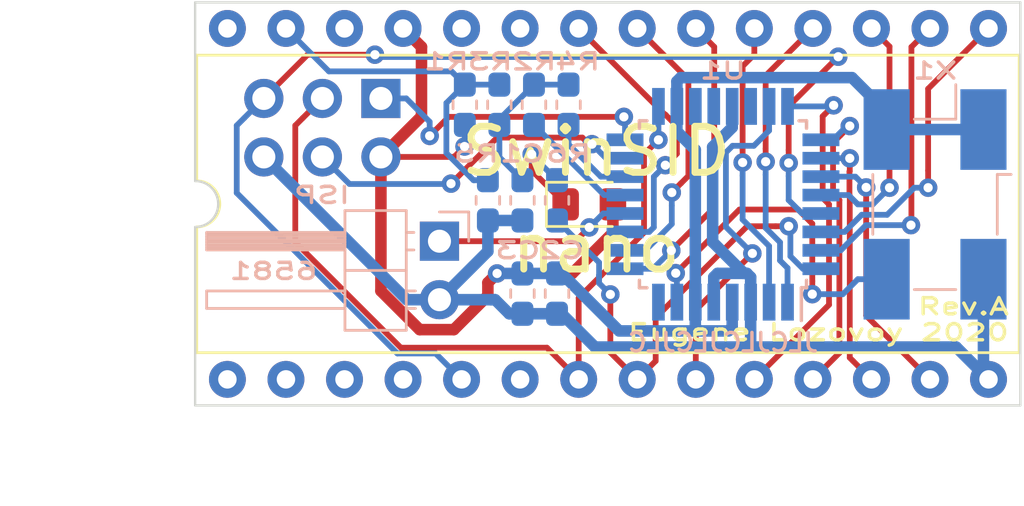
<source format=kicad_pcb>
(kicad_pcb (version 20171130) (host pcbnew "(5.1.4)-1")

  (general
    (thickness 1.6)
    (drawings 14)
    (tracks 301)
    (zones 0)
    (modules 15)
    (nets 28)
  )

  (page A4)
  (layers
    (0 F.Cu signal)
    (31 B.Cu signal)
    (32 B.Adhes user)
    (33 F.Adhes user)
    (34 B.Paste user)
    (35 F.Paste user)
    (36 B.SilkS user)
    (37 F.SilkS user)
    (38 B.Mask user)
    (39 F.Mask user)
    (40 Dwgs.User user)
    (41 Cmts.User user)
    (42 Eco1.User user)
    (43 Eco2.User user)
    (44 Edge.Cuts user)
    (45 Margin user)
    (46 B.CrtYd user)
    (47 F.CrtYd user)
    (48 B.Fab user)
    (49 F.Fab user)
  )

  (setup
    (last_trace_width 0.25)
    (user_trace_width 0.5)
    (trace_clearance 0.2)
    (zone_clearance 0.0144)
    (zone_45_only no)
    (trace_min 0.2)
    (via_size 0.8)
    (via_drill 0.4)
    (via_min_size 0.4)
    (via_min_drill 0.3)
    (uvia_size 0.3)
    (uvia_drill 0.1)
    (uvias_allowed no)
    (uvia_min_size 0.2)
    (uvia_min_drill 0.1)
    (edge_width 0.1)
    (segment_width 0.2)
    (pcb_text_width 0.3)
    (pcb_text_size 1.5 1.5)
    (mod_edge_width 0.15)
    (mod_text_size 1 1)
    (mod_text_width 0.15)
    (pad_size 1.6 1.6)
    (pad_drill 0.8)
    (pad_to_mask_clearance 0)
    (aux_axis_origin 0 0)
    (visible_elements 7FFFFF7F)
    (pcbplotparams
      (layerselection 0x010f0_ffffffff)
      (usegerberextensions false)
      (usegerberattributes false)
      (usegerberadvancedattributes false)
      (creategerberjobfile false)
      (excludeedgelayer true)
      (linewidth 0.100000)
      (plotframeref false)
      (viasonmask false)
      (mode 1)
      (useauxorigin false)
      (hpglpennumber 1)
      (hpglpenspeed 20)
      (hpglpendiameter 15.000000)
      (psnegative false)
      (psa4output false)
      (plotreference true)
      (plotvalue false)
      (plotinvisibletext false)
      (padsonsilk false)
      (subtractmaskfromsilk false)
      (outputformat 1)
      (mirror false)
      (drillshape 0)
      (scaleselection 1)
      (outputdirectory "out/gerber/"))
  )

  (net 0 "")
  (net 1 GND)
  (net 2 "Net-(C1-Pad1)")
  (net 3 +5V)
  (net 4 "Net-(D1-Pad1)")
  (net 5 nRST)
  (net 6 MOSI)
  (net 7 SCK)
  (net 8 MISO)
  (net 9 SND)
  (net 10 A4)
  (net 11 A3)
  (net 12 A2)
  (net 13 A1)
  (net 14 A0)
  (net 15 D7)
  (net 16 nCS)
  (net 17 D6)
  (net 18 D5)
  (net 19 D4)
  (net 20 D3)
  (net 21 D2)
  (net 22 D1)
  (net 23 D0)
  (net 24 "Net-(JP1-Pad1)")
  (net 25 "Net-(R2-Pad2)")
  (net 26 "Net-(R4-Pad2)")
  (net 27 "Net-(U1-Pad7)")

  (net_class Default "This is the default net class."
    (clearance 0.2)
    (trace_width 0.25)
    (via_dia 0.8)
    (via_drill 0.4)
    (uvia_dia 0.3)
    (uvia_drill 0.1)
    (add_net +5V)
    (add_net A0)
    (add_net A1)
    (add_net A2)
    (add_net A3)
    (add_net A4)
    (add_net D0)
    (add_net D1)
    (add_net D2)
    (add_net D3)
    (add_net D4)
    (add_net D5)
    (add_net D6)
    (add_net D7)
    (add_net GND)
    (add_net MISO)
    (add_net MOSI)
    (add_net "Net-(C1-Pad1)")
    (add_net "Net-(D1-Pad1)")
    (add_net "Net-(JP1-Pad1)")
    (add_net "Net-(R2-Pad2)")
    (add_net "Net-(R4-Pad2)")
    (add_net "Net-(U1-Pad7)")
    (add_net SCK)
    (add_net SND)
    (add_net nCS)
    (add_net nRST)
  )

  (module Connector_PinHeader_2.54mm:PinHeader_2x03_P2.54mm_Vertical (layer F.Cu) (tedit 5EC18506) (tstamp 5EC30DED)
    (at 142.46 88.6 270)
    (descr "Through hole straight pin header, 2x03, 2.54mm pitch, double rows")
    (tags "Through hole pin header THT 2x03 2.54mm double row")
    (path /5EC28D5D)
    (fp_text reference J1 (at 1.27 -2.33 270) (layer F.SilkS) hide
      (effects (font (size 1 1) (thickness 0.15)))
    )
    (fp_text value Conn_02x03_Odd_Even (at 1.27 7.41 270) (layer F.Fab) hide
      (effects (font (size 1 1) (thickness 0.15)))
    )
    (fp_text user %R (at 1.27 2.54) (layer F.Fab)
      (effects (font (size 1 1) (thickness 0.15)))
    )
    (fp_line (start 4.35 -1.8) (end -1.8 -1.8) (layer F.CrtYd) (width 0.05))
    (fp_line (start 4.35 6.85) (end 4.35 -1.8) (layer F.CrtYd) (width 0.05))
    (fp_line (start -1.8 6.85) (end 4.35 6.85) (layer F.CrtYd) (width 0.05))
    (fp_line (start -1.8 -1.8) (end -1.8 6.85) (layer F.CrtYd) (width 0.05))
    (fp_line (start -1.27 0) (end 0 -1.27) (layer F.Fab) (width 0.1))
    (fp_line (start -1.27 6.35) (end -1.27 0) (layer F.Fab) (width 0.1))
    (fp_line (start 3.81 6.35) (end -1.27 6.35) (layer F.Fab) (width 0.1))
    (fp_line (start 3.81 -1.27) (end 3.81 6.35) (layer F.Fab) (width 0.1))
    (fp_line (start 0 -1.27) (end 3.81 -1.27) (layer F.Fab) (width 0.1))
    (fp_text user ISP (at 4.2 2.56) (layer B.SilkS)
      (effects (font (size 0.7 1) (thickness 0.15)) (justify mirror))
    )
    (pad 6 thru_hole oval (at 2.54 5.08 270) (size 1.7 1.7) (drill 1) (layers *.Cu *.Mask)
      (net 1 GND))
    (pad 5 thru_hole oval (at 0 5.08 270) (size 1.7 1.7) (drill 1) (layers *.Cu *.Mask)
      (net 5 nRST))
    (pad 4 thru_hole oval (at 2.54 2.54 270) (size 1.7 1.7) (drill 1) (layers *.Cu *.Mask)
      (net 6 MOSI))
    (pad 3 thru_hole oval (at 0 2.54 270) (size 1.7 1.7) (drill 1) (layers *.Cu *.Mask)
      (net 7 SCK))
    (pad 2 thru_hole oval (at 2.54 0 270) (size 1.7 1.7) (drill 1) (layers *.Cu *.Mask)
      (net 3 +5V))
    (pad 1 thru_hole rect (at 0 0 270) (size 1.7 1.7) (drill 1) (layers *.Cu *.Mask)
      (net 8 MISO))
  )

  (module Resistor_SMD:R_0603_1608Metric_Pad1.05x0.95mm_HandSolder (layer B.Cu) (tedit 5B301BBD) (tstamp 5EC27547)
    (at 147.6 88.875 270)
    (descr "Resistor SMD 0603 (1608 Metric), square (rectangular) end terminal, IPC_7351 nominal with elongated pad for handsoldering. (Body size source: http://www.tortai-tech.com/upload/download/2011102023233369053.pdf), generated with kicad-footprint-generator")
    (tags "resistor handsolder")
    (path /5EC4704B)
    (attr smd)
    (fp_text reference R3 (at -1.875 0.4) (layer B.SilkS)
      (effects (font (size 0.7 1) (thickness 0.15)) (justify mirror))
    )
    (fp_text value 2.2k (at -1.775 0.8) (layer B.Fab)
      (effects (font (size 1 1) (thickness 0.15)) (justify mirror))
    )
    (fp_text user %R (at 0 0 270) (layer B.Fab)
      (effects (font (size 0.4 0.4) (thickness 0.06)) (justify mirror))
    )
    (fp_line (start 1.65 -0.73) (end -1.65 -0.73) (layer B.CrtYd) (width 0.05))
    (fp_line (start 1.65 0.73) (end 1.65 -0.73) (layer B.CrtYd) (width 0.05))
    (fp_line (start -1.65 0.73) (end 1.65 0.73) (layer B.CrtYd) (width 0.05))
    (fp_line (start -1.65 -0.73) (end -1.65 0.73) (layer B.CrtYd) (width 0.05))
    (fp_line (start -0.171267 -0.51) (end 0.171267 -0.51) (layer B.SilkS) (width 0.12))
    (fp_line (start -0.171267 0.51) (end 0.171267 0.51) (layer B.SilkS) (width 0.12))
    (fp_line (start 0.8 -0.4) (end -0.8 -0.4) (layer B.Fab) (width 0.1))
    (fp_line (start 0.8 0.4) (end 0.8 -0.4) (layer B.Fab) (width 0.1))
    (fp_line (start -0.8 0.4) (end 0.8 0.4) (layer B.Fab) (width 0.1))
    (fp_line (start -0.8 -0.4) (end -0.8 0.4) (layer B.Fab) (width 0.1))
    (pad 2 smd roundrect (at 0.875 0 270) (size 1.05 0.95) (layers B.Cu B.Paste B.Mask) (roundrect_rratio 0.25)
      (net 2 "Net-(C1-Pad1)"))
    (pad 1 smd roundrect (at -0.875 0 270) (size 1.05 0.95) (layers B.Cu B.Paste B.Mask) (roundrect_rratio 0.25)
      (net 9 SND))
    (model ${KISYS3DMOD}/Resistor_SMD.3dshapes/R_0603_1608Metric.wrl
      (at (xyz 0 0 0))
      (scale (xyz 1 1 1))
      (rotate (xyz 0 0 0))
    )
  )

  (module Oscillator:Oscillator_SMD_EuroQuartz_XO91-4Pin_7.0x5.0mm_HandSoldering (layer B.Cu) (tedit 58CD3345) (tstamp 5EC1797E)
    (at 166.5 93.2 270)
    (descr "Miniature Crystal Clock Oscillator EuroQuartz XO91 series, http://cdn-reichelt.de/documents/datenblatt/B400/XO91.pdf, hand-soldering, 7.0x5.0mm^2 package")
    (tags "SMD SMT crystal oscillator hand-soldering")
    (path /5EC1F916)
    (attr smd)
    (fp_text reference X1 (at -5.8 0 180) (layer B.SilkS)
      (effects (font (size 0.7 1) (thickness 0.15)) (justify mirror))
    )
    (fp_text value "32 MHz" (at -4.7 0 180) (layer B.Fab)
      (effects (font (size 1 1) (thickness 0.15)) (justify mirror))
    )
    (fp_circle (center 0 0) (end 0.233333 0) (layer B.Adhes) (width 0.466667))
    (fp_circle (center 0 0) (end 0.533333 0) (layer B.Adhes) (width 0.333333))
    (fp_circle (center 0 0) (end 0.833333 0) (layer B.Adhes) (width 0.333333))
    (fp_circle (center 0 0) (end 1 0) (layer B.Adhes) (width 0.1))
    (fp_line (start 5.3 3.4) (end -5.3 3.4) (layer B.CrtYd) (width 0.05))
    (fp_line (start 5.3 -3.4) (end 5.3 3.4) (layer B.CrtYd) (width 0.05))
    (fp_line (start -5.3 -3.4) (end 5.3 -3.4) (layer B.CrtYd) (width 0.05))
    (fp_line (start -5.3 3.4) (end -5.3 -3.4) (layer B.CrtYd) (width 0.05))
    (fp_line (start -1.3 -2.7) (end -1.3 -3.3) (layer B.SilkS) (width 0.12))
    (fp_line (start 1.3 -2.7) (end -1.3 -2.7) (layer B.SilkS) (width 0.12))
    (fp_line (start -1.3 2.7) (end 1.3 2.7) (layer B.SilkS) (width 0.12))
    (fp_line (start 3.7 0.9) (end 3.7 -0.9) (layer B.SilkS) (width 0.12))
    (fp_line (start -3.7 -0.9) (end -3.7 0.9) (layer B.SilkS) (width 0.12))
    (fp_line (start -5.2 -0.9) (end -3.7 -0.9) (layer B.SilkS) (width 0.12))
    (fp_line (start -3.5 -1.5) (end -2.5 -2.5) (layer B.Fab) (width 0.1))
    (fp_line (start -3.5 2.4) (end -3.4 2.5) (layer B.Fab) (width 0.1))
    (fp_line (start -3.5 -2.4) (end -3.5 2.4) (layer B.Fab) (width 0.1))
    (fp_line (start -3.4 -2.5) (end -3.5 -2.4) (layer B.Fab) (width 0.1))
    (fp_line (start 3.4 -2.5) (end -3.4 -2.5) (layer B.Fab) (width 0.1))
    (fp_line (start 3.5 -2.4) (end 3.4 -2.5) (layer B.Fab) (width 0.1))
    (fp_line (start 3.5 2.4) (end 3.5 -2.4) (layer B.Fab) (width 0.1))
    (fp_line (start 3.4 2.5) (end 3.5 2.4) (layer B.Fab) (width 0.1))
    (fp_line (start -3.4 2.5) (end 3.4 2.5) (layer B.Fab) (width 0.1))
    (fp_text user %R (at 0 0 180) (layer B.Fab)
      (effects (font (size 1 1) (thickness 0.15)) (justify mirror))
    )
    (pad 4 smd rect (at -3.25 2.1 270) (size 3.5 2) (layers B.Cu B.Paste B.Mask)
      (net 3 +5V))
    (pad 3 smd rect (at 3.25 2.1 270) (size 3.5 2) (layers B.Cu B.Paste B.Mask)
      (net 27 "Net-(U1-Pad7)"))
    (pad 2 smd rect (at 3.25 -2.1 270) (size 3.5 2) (layers B.Cu B.Paste B.Mask)
      (net 1 GND))
    (pad 1 smd rect (at -3.25 -2.1 270) (size 3.5 2) (layers B.Cu B.Paste B.Mask)
      (net 3 +5V))
    (model ${KISYS3DMOD}/Oscillator.3dshapes/Oscillator_SMD_EuroQuartz_XO53-4Pin_5.0x3.2mm.wrl
      (at (xyz 0 0 0))
      (scale (xyz 1.4 1.7 1.1))
      (rotate (xyz 0 0 0))
    )
  )

  (module Package_QFP:TQFP-32_7x7mm_P0.8mm (layer B.Cu) (tedit 5A02F146) (tstamp 5EECB56D)
    (at 157.3 93.196 90)
    (descr "32-Lead Plastic Thin Quad Flatpack (PT) - 7x7x1.0 mm Body, 2.00 mm [TQFP] (see Microchip Packaging Specification 00000049BS.pdf)")
    (tags "QFP 0.8")
    (path /5EC1B4C8)
    (attr smd)
    (fp_text reference U1 (at 5.796 0 180) (layer B.SilkS)
      (effects (font (size 0.7 1) (thickness 0.15)) (justify mirror))
    )
    (fp_text value ATmega88PA-AU (at -4.704 0 180) (layer B.Fab)
      (effects (font (size 1 1) (thickness 0.15)) (justify mirror))
    )
    (fp_line (start -3.625 3.4) (end -5.05 3.4) (layer B.SilkS) (width 0.15))
    (fp_line (start 3.625 3.625) (end 3.3 3.625) (layer B.SilkS) (width 0.15))
    (fp_line (start 3.625 -3.625) (end 3.3 -3.625) (layer B.SilkS) (width 0.15))
    (fp_line (start -3.625 -3.625) (end -3.3 -3.625) (layer B.SilkS) (width 0.15))
    (fp_line (start -3.625 3.625) (end -3.3 3.625) (layer B.SilkS) (width 0.15))
    (fp_line (start -3.625 -3.625) (end -3.625 -3.3) (layer B.SilkS) (width 0.15))
    (fp_line (start 3.625 -3.625) (end 3.625 -3.3) (layer B.SilkS) (width 0.15))
    (fp_line (start 3.625 3.625) (end 3.625 3.3) (layer B.SilkS) (width 0.15))
    (fp_line (start -3.625 3.625) (end -3.625 3.4) (layer B.SilkS) (width 0.15))
    (fp_line (start -5.3 -5.3) (end 5.3 -5.3) (layer B.CrtYd) (width 0.05))
    (fp_line (start -5.3 5.3) (end 5.3 5.3) (layer B.CrtYd) (width 0.05))
    (fp_line (start 5.3 5.3) (end 5.3 -5.3) (layer B.CrtYd) (width 0.05))
    (fp_line (start -5.3 5.3) (end -5.3 -5.3) (layer B.CrtYd) (width 0.05))
    (fp_line (start -3.5 2.5) (end -2.5 3.5) (layer B.Fab) (width 0.15))
    (fp_line (start -3.5 -3.5) (end -3.5 2.5) (layer B.Fab) (width 0.15))
    (fp_line (start 3.5 -3.5) (end -3.5 -3.5) (layer B.Fab) (width 0.15))
    (fp_line (start 3.5 3.5) (end 3.5 -3.5) (layer B.Fab) (width 0.15))
    (fp_line (start -2.5 3.5) (end 3.5 3.5) (layer B.Fab) (width 0.15))
    (fp_text user %R (at 0 0 180) (layer B.Fab)
      (effects (font (size 1 1) (thickness 0.15)) (justify mirror))
    )
    (pad 32 smd rect (at -2.8 4.25) (size 1.6 0.55) (layers B.Cu B.Paste B.Mask)
      (net 16 nCS))
    (pad 31 smd rect (at -2 4.25) (size 1.6 0.55) (layers B.Cu B.Paste B.Mask)
      (net 22 D1))
    (pad 30 smd rect (at -1.2 4.25) (size 1.6 0.55) (layers B.Cu B.Paste B.Mask)
      (net 23 D0))
    (pad 29 smd rect (at -0.4 4.25) (size 1.6 0.55) (layers B.Cu B.Paste B.Mask)
      (net 5 nRST))
    (pad 28 smd rect (at 0.4 4.25) (size 1.6 0.55) (layers B.Cu B.Paste B.Mask)
      (net 21 D2))
    (pad 27 smd rect (at 1.2 4.25) (size 1.6 0.55) (layers B.Cu B.Paste B.Mask)
      (net 10 A4))
    (pad 26 smd rect (at 2 4.25) (size 1.6 0.55) (layers B.Cu B.Paste B.Mask)
      (net 11 A3))
    (pad 25 smd rect (at 2.8 4.25) (size 1.6 0.55) (layers B.Cu B.Paste B.Mask)
      (net 12 A2))
    (pad 24 smd rect (at 4.25 2.8 90) (size 1.6 0.55) (layers B.Cu B.Paste B.Mask)
      (net 13 A1))
    (pad 23 smd rect (at 4.25 2 90) (size 1.6 0.55) (layers B.Cu B.Paste B.Mask)
      (net 14 A0))
    (pad 22 smd rect (at 4.25 1.2 90) (size 1.6 0.55) (layers B.Cu B.Paste B.Mask))
    (pad 21 smd rect (at 4.25 0.4 90) (size 1.6 0.55) (layers B.Cu B.Paste B.Mask)
      (net 1 GND))
    (pad 20 smd rect (at 4.25 -0.4 90) (size 1.6 0.55) (layers B.Cu B.Paste B.Mask))
    (pad 19 smd rect (at 4.25 -1.2 90) (size 1.6 0.55) (layers B.Cu B.Paste B.Mask))
    (pad 18 smd rect (at 4.25 -2 90) (size 1.6 0.55) (layers B.Cu B.Paste B.Mask)
      (net 3 +5V))
    (pad 17 smd rect (at 4.25 -2.8 90) (size 1.6 0.55) (layers B.Cu B.Paste B.Mask)
      (net 7 SCK))
    (pad 16 smd rect (at 2.8 -4.25) (size 1.6 0.55) (layers B.Cu B.Paste B.Mask)
      (net 8 MISO))
    (pad 15 smd rect (at 2 -4.25) (size 1.6 0.55) (layers B.Cu B.Paste B.Mask)
      (net 6 MOSI))
    (pad 14 smd rect (at 1.2 -4.25) (size 1.6 0.55) (layers B.Cu B.Paste B.Mask)
      (net 26 "Net-(R4-Pad2)"))
    (pad 13 smd rect (at 0.4 -4.25) (size 1.6 0.55) (layers B.Cu B.Paste B.Mask)
      (net 25 "Net-(R2-Pad2)"))
    (pad 12 smd rect (at -0.4 -4.25) (size 1.6 0.55) (layers B.Cu B.Paste B.Mask)
      (net 24 "Net-(JP1-Pad1)"))
    (pad 11 smd rect (at -1.2 -4.25) (size 1.6 0.55) (layers B.Cu B.Paste B.Mask)
      (net 15 D7))
    (pad 10 smd rect (at -2 -4.25) (size 1.6 0.55) (layers B.Cu B.Paste B.Mask)
      (net 17 D6))
    (pad 9 smd rect (at -2.8 -4.25) (size 1.6 0.55) (layers B.Cu B.Paste B.Mask)
      (net 18 D5))
    (pad 8 smd rect (at -4.25 -2.8 90) (size 1.6 0.55) (layers B.Cu B.Paste B.Mask))
    (pad 7 smd rect (at -4.25 -2 90) (size 1.6 0.55) (layers B.Cu B.Paste B.Mask)
      (net 27 "Net-(U1-Pad7)"))
    (pad 6 smd rect (at -4.25 -1.2 90) (size 1.6 0.55) (layers B.Cu B.Paste B.Mask)
      (net 3 +5V))
    (pad 5 smd rect (at -4.25 -0.4 90) (size 1.6 0.55) (layers B.Cu B.Paste B.Mask)
      (net 1 GND))
    (pad 4 smd rect (at -4.25 0.4 90) (size 1.6 0.55) (layers B.Cu B.Paste B.Mask)
      (net 3 +5V))
    (pad 3 smd rect (at -4.25 1.2 90) (size 1.6 0.55) (layers B.Cu B.Paste B.Mask)
      (net 1 GND))
    (pad 2 smd rect (at -4.25 2 90) (size 1.6 0.55) (layers B.Cu B.Paste B.Mask)
      (net 19 D4))
    (pad 1 smd rect (at -4.25 2.8 90) (size 1.6 0.55) (layers B.Cu B.Paste B.Mask)
      (net 20 D3))
    (model ${KISYS3DMOD}/Package_QFP.3dshapes/TQFP-32_7x7mm_P0.8mm.wrl
      (at (xyz 0 0 0))
      (scale (xyz 1 1 1))
      (rotate (xyz 0 0 0))
    )
  )

  (module Resistor_SMD:R_0603_1608Metric_Pad1.05x0.95mm_HandSolder (layer B.Cu) (tedit 5B301BBD) (tstamp 5EECB131)
    (at 150.1 93.025 270)
    (descr "Resistor SMD 0603 (1608 Metric), square (rectangular) end terminal, IPC_7351 nominal with elongated pad for handsoldering. (Body size source: http://www.tortai-tech.com/upload/download/2011102023233369053.pdf), generated with kicad-footprint-generator")
    (tags "resistor handsolder")
    (path /5EC2F571)
    (attr smd)
    (fp_text reference R6 (at -2.025 -0.5 180) (layer B.SilkS)
      (effects (font (size 0.7 1) (thickness 0.15)) (justify mirror))
    )
    (fp_text value 1k (at 1.875 -2.2 180) (layer B.Fab)
      (effects (font (size 1 1) (thickness 0.15)) (justify mirror))
    )
    (fp_text user %R (at 0 0 90) (layer B.Fab)
      (effects (font (size 0.4 0.4) (thickness 0.06)) (justify mirror))
    )
    (fp_line (start 1.65 -0.73) (end -1.65 -0.73) (layer B.CrtYd) (width 0.05))
    (fp_line (start 1.65 0.73) (end 1.65 -0.73) (layer B.CrtYd) (width 0.05))
    (fp_line (start -1.65 0.73) (end 1.65 0.73) (layer B.CrtYd) (width 0.05))
    (fp_line (start -1.65 -0.73) (end -1.65 0.73) (layer B.CrtYd) (width 0.05))
    (fp_line (start -0.171267 -0.51) (end 0.171267 -0.51) (layer B.SilkS) (width 0.12))
    (fp_line (start -0.171267 0.51) (end 0.171267 0.51) (layer B.SilkS) (width 0.12))
    (fp_line (start 0.8 -0.4) (end -0.8 -0.4) (layer B.Fab) (width 0.1))
    (fp_line (start 0.8 0.4) (end 0.8 -0.4) (layer B.Fab) (width 0.1))
    (fp_line (start -0.8 0.4) (end 0.8 0.4) (layer B.Fab) (width 0.1))
    (fp_line (start -0.8 -0.4) (end -0.8 0.4) (layer B.Fab) (width 0.1))
    (pad 2 smd roundrect (at 0.875 0 270) (size 1.05 0.95) (layers B.Cu B.Paste B.Mask) (roundrect_rratio 0.25)
      (net 16 nCS))
    (pad 1 smd roundrect (at -0.875 0 270) (size 1.05 0.95) (layers B.Cu B.Paste B.Mask) (roundrect_rratio 0.25)
      (net 4 "Net-(D1-Pad1)"))
    (model ${KISYS3DMOD}/Resistor_SMD.3dshapes/R_0603_1608Metric.wrl
      (at (xyz 0 0 0))
      (scale (xyz 1 1 1))
      (rotate (xyz 0 0 0))
    )
  )

  (module Resistor_SMD:R_0603_1608Metric_Pad1.05x0.95mm_HandSolder (layer B.Cu) (tedit 5B301BBD) (tstamp 5EECB078)
    (at 147.1 93.025 270)
    (descr "Resistor SMD 0603 (1608 Metric), square (rectangular) end terminal, IPC_7351 nominal with elongated pad for handsoldering. (Body size source: http://www.tortai-tech.com/upload/download/2011102023233369053.pdf), generated with kicad-footprint-generator")
    (tags "resistor handsolder")
    (path /5EC4AB23)
    (attr smd)
    (fp_text reference R5 (at -2.025 0.5) (layer B.SilkS)
      (effects (font (size 0.7 1) (thickness 0.15)) (justify mirror))
    )
    (fp_text value 1k (at 1.875 0.9) (layer B.Fab)
      (effects (font (size 1 1) (thickness 0.15)) (justify mirror))
    )
    (fp_text user %R (at 0 0 270) (layer B.Fab)
      (effects (font (size 0.4 0.4) (thickness 0.06)) (justify mirror))
    )
    (fp_line (start 1.65 -0.73) (end -1.65 -0.73) (layer B.CrtYd) (width 0.05))
    (fp_line (start 1.65 0.73) (end 1.65 -0.73) (layer B.CrtYd) (width 0.05))
    (fp_line (start -1.65 0.73) (end 1.65 0.73) (layer B.CrtYd) (width 0.05))
    (fp_line (start -1.65 -0.73) (end -1.65 0.73) (layer B.CrtYd) (width 0.05))
    (fp_line (start -0.171267 -0.51) (end 0.171267 -0.51) (layer B.SilkS) (width 0.12))
    (fp_line (start -0.171267 0.51) (end 0.171267 0.51) (layer B.SilkS) (width 0.12))
    (fp_line (start 0.8 -0.4) (end -0.8 -0.4) (layer B.Fab) (width 0.1))
    (fp_line (start 0.8 0.4) (end 0.8 -0.4) (layer B.Fab) (width 0.1))
    (fp_line (start -0.8 0.4) (end 0.8 0.4) (layer B.Fab) (width 0.1))
    (fp_line (start -0.8 -0.4) (end -0.8 0.4) (layer B.Fab) (width 0.1))
    (pad 2 smd roundrect (at 0.875 0 270) (size 1.05 0.95) (layers B.Cu B.Paste B.Mask) (roundrect_rratio 0.25)
      (net 1 GND))
    (pad 1 smd roundrect (at -0.875 0 270) (size 1.05 0.95) (layers B.Cu B.Paste B.Mask) (roundrect_rratio 0.25)
      (net 9 SND))
    (model ${KISYS3DMOD}/Resistor_SMD.3dshapes/R_0603_1608Metric.wrl
      (at (xyz 0 0 0))
      (scale (xyz 1 1 1))
      (rotate (xyz 0 0 0))
    )
  )

  (module Resistor_SMD:R_0603_1608Metric_Pad1.05x0.95mm_HandSolder (layer B.Cu) (tedit 5B301BBD) (tstamp 5EC2A539)
    (at 150.6 88.875 270)
    (descr "Resistor SMD 0603 (1608 Metric), square (rectangular) end terminal, IPC_7351 nominal with elongated pad for handsoldering. (Body size source: http://www.tortai-tech.com/upload/download/2011102023233369053.pdf), generated with kicad-footprint-generator")
    (tags "resistor handsolder")
    (path /5EC4579D)
    (attr smd)
    (fp_text reference R4 (at -1.875 -0.4) (layer B.SilkS)
      (effects (font (size 0.7 1) (thickness 0.15)) (justify mirror))
    )
    (fp_text value 240k (at -1.775 -2.4) (layer B.Fab)
      (effects (font (size 1 1) (thickness 0.15)) (justify mirror))
    )
    (fp_text user %R (at 0 0 270) (layer B.Fab)
      (effects (font (size 0.4 0.4) (thickness 0.06)) (justify mirror))
    )
    (fp_line (start 1.65 -0.73) (end -1.65 -0.73) (layer B.CrtYd) (width 0.05))
    (fp_line (start 1.65 0.73) (end 1.65 -0.73) (layer B.CrtYd) (width 0.05))
    (fp_line (start -1.65 0.73) (end 1.65 0.73) (layer B.CrtYd) (width 0.05))
    (fp_line (start -1.65 -0.73) (end -1.65 0.73) (layer B.CrtYd) (width 0.05))
    (fp_line (start -0.171267 -0.51) (end 0.171267 -0.51) (layer B.SilkS) (width 0.12))
    (fp_line (start -0.171267 0.51) (end 0.171267 0.51) (layer B.SilkS) (width 0.12))
    (fp_line (start 0.8 -0.4) (end -0.8 -0.4) (layer B.Fab) (width 0.1))
    (fp_line (start 0.8 0.4) (end 0.8 -0.4) (layer B.Fab) (width 0.1))
    (fp_line (start -0.8 0.4) (end 0.8 0.4) (layer B.Fab) (width 0.1))
    (fp_line (start -0.8 -0.4) (end -0.8 0.4) (layer B.Fab) (width 0.1))
    (pad 2 smd roundrect (at 0.875 0 270) (size 1.05 0.95) (layers B.Cu B.Paste B.Mask) (roundrect_rratio 0.25)
      (net 26 "Net-(R4-Pad2)"))
    (pad 1 smd roundrect (at -0.875 0 270) (size 1.05 0.95) (layers B.Cu B.Paste B.Mask) (roundrect_rratio 0.25)
      (net 2 "Net-(C1-Pad1)"))
    (model ${KISYS3DMOD}/Resistor_SMD.3dshapes/R_0603_1608Metric.wrl
      (at (xyz 0 0 0))
      (scale (xyz 1 1 1))
      (rotate (xyz 0 0 0))
    )
  )

  (module Resistor_SMD:R_0603_1608Metric_Pad1.05x0.95mm_HandSolder (layer B.Cu) (tedit 5B301BBD) (tstamp 5EC2A509)
    (at 149.1 88.875 270)
    (descr "Resistor SMD 0603 (1608 Metric), square (rectangular) end terminal, IPC_7351 nominal with elongated pad for handsoldering. (Body size source: http://www.tortai-tech.com/upload/download/2011102023233369053.pdf), generated with kicad-footprint-generator")
    (tags "resistor handsolder")
    (path /5EC4521E)
    (attr smd)
    (fp_text reference R2 (at -1.875 0 180) (layer B.SilkS)
      (effects (font (size 0.7 1) (thickness 0.15)) (justify mirror))
    )
    (fp_text value 1k (at -1.775 -0.7 180) (layer B.Fab)
      (effects (font (size 1 1) (thickness 0.15)) (justify mirror))
    )
    (fp_text user %R (at 0 0 90) (layer B.Fab)
      (effects (font (size 0.4 0.4) (thickness 0.06)) (justify mirror))
    )
    (fp_line (start 1.65 -0.73) (end -1.65 -0.73) (layer B.CrtYd) (width 0.05))
    (fp_line (start 1.65 0.73) (end 1.65 -0.73) (layer B.CrtYd) (width 0.05))
    (fp_line (start -1.65 0.73) (end 1.65 0.73) (layer B.CrtYd) (width 0.05))
    (fp_line (start -1.65 -0.73) (end -1.65 0.73) (layer B.CrtYd) (width 0.05))
    (fp_line (start -0.171267 -0.51) (end 0.171267 -0.51) (layer B.SilkS) (width 0.12))
    (fp_line (start -0.171267 0.51) (end 0.171267 0.51) (layer B.SilkS) (width 0.12))
    (fp_line (start 0.8 -0.4) (end -0.8 -0.4) (layer B.Fab) (width 0.1))
    (fp_line (start 0.8 0.4) (end 0.8 -0.4) (layer B.Fab) (width 0.1))
    (fp_line (start -0.8 0.4) (end 0.8 0.4) (layer B.Fab) (width 0.1))
    (fp_line (start -0.8 -0.4) (end -0.8 0.4) (layer B.Fab) (width 0.1))
    (pad 2 smd roundrect (at 0.875 0 270) (size 1.05 0.95) (layers B.Cu B.Paste B.Mask) (roundrect_rratio 0.25)
      (net 25 "Net-(R2-Pad2)"))
    (pad 1 smd roundrect (at -0.875 0 270) (size 1.05 0.95) (layers B.Cu B.Paste B.Mask) (roundrect_rratio 0.25)
      (net 2 "Net-(C1-Pad1)"))
    (model ${KISYS3DMOD}/Resistor_SMD.3dshapes/R_0603_1608Metric.wrl
      (at (xyz 0 0 0))
      (scale (xyz 1 1 1))
      (rotate (xyz 0 0 0))
    )
  )

  (module Resistor_SMD:R_0603_1608Metric_Pad1.05x0.95mm_HandSolder (layer B.Cu) (tedit 5B301BBD) (tstamp 5EC2DD49)
    (at 146.1 88.875 90)
    (descr "Resistor SMD 0603 (1608 Metric), square (rectangular) end terminal, IPC_7351 nominal with elongated pad for handsoldering. (Body size source: http://www.tortai-tech.com/upload/download/2011102023233369053.pdf), generated with kicad-footprint-generator")
    (tags "resistor handsolder")
    (path /5EC4A409)
    (attr smd)
    (fp_text reference R1 (at 1.875 -0.8 180) (layer B.SilkS)
      (effects (font (size 0.7 1) (thickness 0.15)) (justify mirror))
    )
    (fp_text value 4.7k (at 1.775 -3) (layer B.Fab)
      (effects (font (size 1 1) (thickness 0.15)) (justify mirror))
    )
    (fp_text user %R (at 0 0 -90) (layer B.Fab)
      (effects (font (size 0.4 0.4) (thickness 0.06)) (justify mirror))
    )
    (fp_line (start 1.65 -0.73) (end -1.65 -0.73) (layer B.CrtYd) (width 0.05))
    (fp_line (start 1.65 0.73) (end 1.65 -0.73) (layer B.CrtYd) (width 0.05))
    (fp_line (start -1.65 0.73) (end 1.65 0.73) (layer B.CrtYd) (width 0.05))
    (fp_line (start -1.65 -0.73) (end -1.65 0.73) (layer B.CrtYd) (width 0.05))
    (fp_line (start -0.171267 -0.51) (end 0.171267 -0.51) (layer B.SilkS) (width 0.12))
    (fp_line (start -0.171267 0.51) (end 0.171267 0.51) (layer B.SilkS) (width 0.12))
    (fp_line (start 0.8 -0.4) (end -0.8 -0.4) (layer B.Fab) (width 0.1))
    (fp_line (start 0.8 0.4) (end 0.8 -0.4) (layer B.Fab) (width 0.1))
    (fp_line (start -0.8 0.4) (end 0.8 0.4) (layer B.Fab) (width 0.1))
    (fp_line (start -0.8 -0.4) (end -0.8 0.4) (layer B.Fab) (width 0.1))
    (pad 2 smd roundrect (at 0.875 0 90) (size 1.05 0.95) (layers B.Cu B.Paste B.Mask) (roundrect_rratio 0.25)
      (net 9 SND))
    (pad 1 smd roundrect (at -0.875 0 90) (size 1.05 0.95) (layers B.Cu B.Paste B.Mask) (roundrect_rratio 0.25)
      (net 3 +5V))
    (model ${KISYS3DMOD}/Resistor_SMD.3dshapes/R_0603_1608Metric.wrl
      (at (xyz 0 0 0))
      (scale (xyz 1 1 1))
      (rotate (xyz 0 0 0))
    )
  )

  (module Connector_PinHeader_2.54mm:PinHeader_1x02_P2.54mm_Horizontal (layer B.Cu) (tedit 59FED5CB) (tstamp 5EC3034F)
    (at 145 94.8 180)
    (descr "Through hole angled pin header, 1x02, 2.54mm pitch, 6mm pin length, single row")
    (tags "Through hole angled pin header THT 1x02 2.54mm single row")
    (path /5EC580AD)
    (fp_text reference JP1 (at 4.385 2.1 180) (layer B.SilkS) hide
      (effects (font (size 0.7 1) (thickness 0.15)) (justify mirror))
    )
    (fp_text value Jumper (at 3.9 2.3 180) (layer B.Fab)
      (effects (font (size 1 1) (thickness 0.15)) (justify mirror))
    )
    (fp_text user %R (at 2.77 -1.27 90) (layer B.Fab)
      (effects (font (size 1 1) (thickness 0.15)) (justify mirror))
    )
    (fp_line (start 10.55 1.8) (end -1.8 1.8) (layer B.CrtYd) (width 0.05))
    (fp_line (start 10.55 -4.35) (end 10.55 1.8) (layer B.CrtYd) (width 0.05))
    (fp_line (start -1.8 -4.35) (end 10.55 -4.35) (layer B.CrtYd) (width 0.05))
    (fp_line (start -1.8 1.8) (end -1.8 -4.35) (layer B.CrtYd) (width 0.05))
    (fp_line (start -1.27 1.27) (end 0 1.27) (layer B.SilkS) (width 0.12))
    (fp_line (start -1.27 0) (end -1.27 1.27) (layer B.SilkS) (width 0.12))
    (fp_line (start 1.042929 -2.92) (end 1.44 -2.92) (layer B.SilkS) (width 0.12))
    (fp_line (start 1.042929 -2.16) (end 1.44 -2.16) (layer B.SilkS) (width 0.12))
    (fp_line (start 10.1 -2.92) (end 4.1 -2.92) (layer B.SilkS) (width 0.12))
    (fp_line (start 10.1 -2.16) (end 10.1 -2.92) (layer B.SilkS) (width 0.12))
    (fp_line (start 4.1 -2.16) (end 10.1 -2.16) (layer B.SilkS) (width 0.12))
    (fp_line (start 1.44 -1.27) (end 4.1 -1.27) (layer B.SilkS) (width 0.12))
    (fp_line (start 1.11 -0.38) (end 1.44 -0.38) (layer B.SilkS) (width 0.12))
    (fp_line (start 1.11 0.38) (end 1.44 0.38) (layer B.SilkS) (width 0.12))
    (fp_line (start 4.1 -0.28) (end 10.1 -0.28) (layer B.SilkS) (width 0.12))
    (fp_line (start 4.1 -0.16) (end 10.1 -0.16) (layer B.SilkS) (width 0.12))
    (fp_line (start 4.1 -0.04) (end 10.1 -0.04) (layer B.SilkS) (width 0.12))
    (fp_line (start 4.1 0.08) (end 10.1 0.08) (layer B.SilkS) (width 0.12))
    (fp_line (start 4.1 0.2) (end 10.1 0.2) (layer B.SilkS) (width 0.12))
    (fp_line (start 4.1 0.32) (end 10.1 0.32) (layer B.SilkS) (width 0.12))
    (fp_line (start 10.1 -0.38) (end 4.1 -0.38) (layer B.SilkS) (width 0.12))
    (fp_line (start 10.1 0.38) (end 10.1 -0.38) (layer B.SilkS) (width 0.12))
    (fp_line (start 4.1 0.38) (end 10.1 0.38) (layer B.SilkS) (width 0.12))
    (fp_line (start 4.1 1.33) (end 1.44 1.33) (layer B.SilkS) (width 0.12))
    (fp_line (start 4.1 -3.87) (end 4.1 1.33) (layer B.SilkS) (width 0.12))
    (fp_line (start 1.44 -3.87) (end 4.1 -3.87) (layer B.SilkS) (width 0.12))
    (fp_line (start 1.44 1.33) (end 1.44 -3.87) (layer B.SilkS) (width 0.12))
    (fp_line (start 4.04 -2.86) (end 10.04 -2.86) (layer B.Fab) (width 0.1))
    (fp_line (start 10.04 -2.22) (end 10.04 -2.86) (layer B.Fab) (width 0.1))
    (fp_line (start 4.04 -2.22) (end 10.04 -2.22) (layer B.Fab) (width 0.1))
    (fp_line (start -0.32 -2.86) (end 1.5 -2.86) (layer B.Fab) (width 0.1))
    (fp_line (start -0.32 -2.22) (end -0.32 -2.86) (layer B.Fab) (width 0.1))
    (fp_line (start -0.32 -2.22) (end 1.5 -2.22) (layer B.Fab) (width 0.1))
    (fp_line (start 4.04 -0.32) (end 10.04 -0.32) (layer B.Fab) (width 0.1))
    (fp_line (start 10.04 0.32) (end 10.04 -0.32) (layer B.Fab) (width 0.1))
    (fp_line (start 4.04 0.32) (end 10.04 0.32) (layer B.Fab) (width 0.1))
    (fp_line (start -0.32 -0.32) (end 1.5 -0.32) (layer B.Fab) (width 0.1))
    (fp_line (start -0.32 0.32) (end -0.32 -0.32) (layer B.Fab) (width 0.1))
    (fp_line (start -0.32 0.32) (end 1.5 0.32) (layer B.Fab) (width 0.1))
    (fp_line (start 1.5 0.635) (end 2.135 1.27) (layer B.Fab) (width 0.1))
    (fp_line (start 1.5 -3.81) (end 1.5 0.635) (layer B.Fab) (width 0.1))
    (fp_line (start 4.04 -3.81) (end 1.5 -3.81) (layer B.Fab) (width 0.1))
    (fp_line (start 4.04 1.27) (end 4.04 -3.81) (layer B.Fab) (width 0.1))
    (fp_line (start 2.135 1.27) (end 4.04 1.27) (layer B.Fab) (width 0.1))
    (pad 2 thru_hole oval (at 0 -2.54 180) (size 1.7 1.7) (drill 1) (layers *.Cu *.Mask)
      (net 1 GND))
    (pad 1 thru_hole rect (at 0 0 180) (size 1.7 1.7) (drill 1) (layers *.Cu *.Mask)
      (net 24 "Net-(JP1-Pad1)"))
    (model ${KISYS3DMOD}/Connector_PinHeader_2.54mm.3dshapes/PinHeader_1x02_P2.54mm_Horizontal.wrl
      (at (xyz 0 0 0))
      (scale (xyz 1 1 1))
      (rotate (xyz 0 0 0))
    )
  )

  (module Package_DIP:DIP-28_W15.24mm (layer F.Cu) (tedit 5EC1718F) (tstamp 5EC2AA38)
    (at 135.8 100.8 90)
    (descr "28-lead though-hole mounted DIP package, row spacing 15.24 mm (600 mils)")
    (tags "THT DIP DIL PDIP 2.54mm 15.24mm 600mil")
    (path /5EC23685)
    (fp_text reference J2 (at 7.62 -2.33 90) (layer F.SilkS) hide
      (effects (font (size 1 1) (thickness 0.15)))
    )
    (fp_text value Conn_02x14_Counter_Clockwise (at 7.62 35.35 90) (layer F.Fab) hide
      (effects (font (size 1 1) (thickness 0.15)))
    )
    (fp_text user %R (at 7.62 16.51 90) (layer F.Fab) hide
      (effects (font (size 1 1) (thickness 0.15)))
    )
    (fp_line (start 16.3 -1.55) (end -1.05 -1.55) (layer F.CrtYd) (width 0.05))
    (fp_line (start 16.3 34.55) (end 16.3 -1.55) (layer F.CrtYd) (width 0.05))
    (fp_line (start -1.05 34.55) (end 16.3 34.55) (layer F.CrtYd) (width 0.05))
    (fp_line (start -1.05 -1.55) (end -1.05 34.55) (layer F.CrtYd) (width 0.05))
    (fp_line (start 14.08 -1.33) (end 8.62 -1.33) (layer F.SilkS) (width 0.12))
    (fp_line (start 14.08 34.35) (end 14.08 -1.33) (layer F.SilkS) (width 0.12))
    (fp_line (start 1.16 34.35) (end 14.08 34.35) (layer F.SilkS) (width 0.12))
    (fp_line (start 1.16 -1.33) (end 1.16 34.35) (layer F.SilkS) (width 0.12))
    (fp_line (start 6.62 -1.33) (end 1.16 -1.33) (layer F.SilkS) (width 0.12))
    (fp_line (start 0.255 -0.27) (end 1.255 -1.27) (layer F.Fab) (width 0.1))
    (fp_line (start 0.255 34.29) (end 0.255 -0.27) (layer F.Fab) (width 0.1))
    (fp_line (start 14.985 34.29) (end 0.255 34.29) (layer F.Fab) (width 0.1))
    (fp_line (start 14.985 -1.27) (end 14.985 34.29) (layer F.Fab) (width 0.1))
    (fp_line (start 1.255 -1.27) (end 14.985 -1.27) (layer F.Fab) (width 0.1))
    (fp_arc (start 7.62 -1.33) (end 6.62 -1.33) (angle -180) (layer F.SilkS) (width 0.12))
    (pad 28 thru_hole oval (at 15.24 0 90) (size 1.6 1.6) (drill 0.8) (layers *.Cu *.Mask))
    (pad 14 thru_hole oval (at 0 33.02 90) (size 1.6 1.6) (drill 0.8) (layers *.Cu *.Mask)
      (net 1 GND))
    (pad 27 thru_hole oval (at 15.24 2.54 90) (size 1.6 1.6) (drill 0.8) (layers *.Cu *.Mask)
      (net 9 SND))
    (pad 13 thru_hole oval (at 0 30.48 90) (size 1.6 1.6) (drill 0.8) (layers *.Cu *.Mask)
      (net 10 A4))
    (pad 26 thru_hole oval (at 15.24 5.08 90) (size 1.6 1.6) (drill 0.8) (layers *.Cu *.Mask))
    (pad 12 thru_hole oval (at 0 27.94 90) (size 1.6 1.6) (drill 0.8) (layers *.Cu *.Mask)
      (net 11 A3))
    (pad 25 thru_hole oval (at 15.24 7.62 90) (size 1.6 1.6) (drill 0.8) (layers *.Cu *.Mask)
      (net 3 +5V))
    (pad 11 thru_hole oval (at 0 25.4 90) (size 1.6 1.6) (drill 0.8) (layers *.Cu *.Mask)
      (net 12 A2))
    (pad 24 thru_hole oval (at 15.24 10.16 90) (size 1.6 1.6) (drill 0.8) (layers *.Cu *.Mask))
    (pad 10 thru_hole oval (at 0 22.86 90) (size 1.6 1.6) (drill 0.8) (layers *.Cu *.Mask)
      (net 13 A1))
    (pad 23 thru_hole oval (at 15.24 12.7 90) (size 1.6 1.6) (drill 0.8) (layers *.Cu *.Mask))
    (pad 9 thru_hole oval (at 0 20.32 90) (size 1.6 1.6) (drill 0.8) (layers *.Cu *.Mask)
      (net 14 A0))
    (pad 22 thru_hole oval (at 15.24 15.24 90) (size 1.6 1.6) (drill 0.8) (layers *.Cu *.Mask)
      (net 15 D7))
    (pad 8 thru_hole oval (at 0 17.78 90) (size 1.6 1.6) (drill 0.8) (layers *.Cu *.Mask)
      (net 16 nCS))
    (pad 21 thru_hole oval (at 15.24 17.78 90) (size 1.6 1.6) (drill 0.8) (layers *.Cu *.Mask)
      (net 17 D6))
    (pad 7 thru_hole oval (at 0 15.24 90) (size 1.6 1.6) (drill 0.8) (layers *.Cu *.Mask)
      (net 7 SCK))
    (pad 20 thru_hole oval (at 15.24 20.32 90) (size 1.6 1.6) (drill 0.8) (layers *.Cu *.Mask)
      (net 18 D5))
    (pad 6 thru_hole oval (at 0 12.7 90) (size 1.6 1.6) (drill 0.8) (layers *.Cu *.Mask))
    (pad 19 thru_hole oval (at 15.24 22.86 90) (size 1.6 1.6) (drill 0.8) (layers *.Cu *.Mask)
      (net 19 D4))
    (pad 5 thru_hole oval (at 0 10.16 90) (size 1.6 1.6) (drill 0.8) (layers *.Cu *.Mask)
      (net 5 nRST))
    (pad 18 thru_hole oval (at 15.24 25.4 90) (size 1.6 1.6) (drill 0.8) (layers *.Cu *.Mask)
      (net 20 D3))
    (pad 4 thru_hole oval (at 0 7.62 90) (size 1.6 1.6) (drill 0.8) (layers *.Cu *.Mask))
    (pad 17 thru_hole oval (at 15.24 27.94 90) (size 1.6 1.6) (drill 0.8) (layers *.Cu *.Mask)
      (net 21 D2))
    (pad 3 thru_hole oval (at 0 5.08 90) (size 1.6 1.6) (drill 0.8) (layers *.Cu *.Mask))
    (pad 16 thru_hole oval (at 15.24 30.48 90) (size 1.6 1.6) (drill 0.8) (layers *.Cu *.Mask)
      (net 22 D1))
    (pad 2 thru_hole oval (at 0 2.54 90) (size 1.6 1.6) (drill 0.8) (layers *.Cu *.Mask))
    (pad 15 thru_hole oval (at 15.24 33.02 90) (size 1.6 1.6) (drill 0.8) (layers *.Cu *.Mask)
      (net 23 D0))
    (pad 1 thru_hole circle (at 0 0 90) (size 1.6 1.6) (drill 0.8) (layers *.Cu *.Mask))
    (model ${KISYS3DMOD}/Package_DIP.3dshapes/DIP-28_W15.24mm_Socket.wrl
      (offset (xyz 0 0 -2.5))
      (scale (xyz 1 1 0.6))
      (rotate (xyz 0 0 0))
    )
  )

  (module LED_SMD:LED_0805_2012Metric_Pad1.15x1.40mm_HandSolder (layer F.Cu) (tedit 5B4B45C9) (tstamp 5EC17842)
    (at 151.5 93.2)
    (descr "LED SMD 0805 (2012 Metric), square (rectangular) end terminal, IPC_7351 nominal, (Body size source: https://docs.google.com/spreadsheets/d/1BsfQQcO9C6DZCsRaXUlFlo91Tg2WpOkGARC1WS5S8t0/edit?usp=sharing), generated with kicad-footprint-generator")
    (tags "LED handsolder")
    (path /5EC2E728)
    (attr smd)
    (fp_text reference D1 (at 0 -1.65) (layer F.SilkS) hide
      (effects (font (size 1 1) (thickness 0.15)))
    )
    (fp_text value LED (at 0 1.65) (layer F.Fab)
      (effects (font (size 1 1) (thickness 0.15)))
    )
    (fp_text user %R (at 0 0) (layer F.Fab)
      (effects (font (size 0.5 0.5) (thickness 0.08)))
    )
    (fp_line (start 1.85 0.95) (end -1.85 0.95) (layer F.CrtYd) (width 0.05))
    (fp_line (start 1.85 -0.95) (end 1.85 0.95) (layer F.CrtYd) (width 0.05))
    (fp_line (start -1.85 -0.95) (end 1.85 -0.95) (layer F.CrtYd) (width 0.05))
    (fp_line (start -1.85 0.95) (end -1.85 -0.95) (layer F.CrtYd) (width 0.05))
    (fp_line (start -1.86 0.96) (end 1 0.96) (layer F.SilkS) (width 0.12))
    (fp_line (start -1.86 -0.96) (end -1.86 0.96) (layer F.SilkS) (width 0.12))
    (fp_line (start 1 -0.96) (end -1.86 -0.96) (layer F.SilkS) (width 0.12))
    (fp_line (start 1 0.6) (end 1 -0.6) (layer F.Fab) (width 0.1))
    (fp_line (start -1 0.6) (end 1 0.6) (layer F.Fab) (width 0.1))
    (fp_line (start -1 -0.3) (end -1 0.6) (layer F.Fab) (width 0.1))
    (fp_line (start -0.7 -0.6) (end -1 -0.3) (layer F.Fab) (width 0.1))
    (fp_line (start 1 -0.6) (end -0.7 -0.6) (layer F.Fab) (width 0.1))
    (fp_text user Act (at -3.3 0 180) (layer F.SilkS) hide
      (effects (font (size 1 1) (thickness 0.15)))
    )
    (pad 2 smd roundrect (at 1.025 0) (size 1.15 1.4) (layers F.Cu F.Paste F.Mask) (roundrect_rratio 0.217391)
      (net 3 +5V))
    (pad 1 smd roundrect (at -1.025 0) (size 1.15 1.4) (layers F.Cu F.Paste F.Mask) (roundrect_rratio 0.217391)
      (net 4 "Net-(D1-Pad1)"))
    (model ${KISYS3DMOD}/LED_SMD.3dshapes/LED_0805_2012Metric.wrl
      (at (xyz 0 0 0))
      (scale (xyz 1 1 1))
      (rotate (xyz 0 0 0))
    )
  )

  (module Capacitor_SMD:C_0603_1608Metric_Pad1.05x0.95mm_HandSolder (layer B.Cu) (tedit 5B301BBE) (tstamp 5EC275A7)
    (at 148.6 97.075 270)
    (descr "Capacitor SMD 0603 (1608 Metric), square (rectangular) end terminal, IPC_7351 nominal with elongated pad for handsoldering. (Body size source: http://www.tortai-tech.com/upload/download/2011102023233369053.pdf), generated with kicad-footprint-generator")
    (tags "capacitor handsolder")
    (path /5EC4DD8A)
    (attr smd)
    (fp_text reference C3 (at -1.875 0.2 180) (layer B.SilkS)
      (effects (font (size 0.7 1) (thickness 0.15)) (justify mirror))
    )
    (fp_text value 10n (at 2.225 1.4 180) (layer B.Fab)
      (effects (font (size 1 1) (thickness 0.15)) (justify mirror))
    )
    (fp_text user %R (at 0 0 90) (layer B.Fab)
      (effects (font (size 0.4 0.4) (thickness 0.06)) (justify mirror))
    )
    (fp_line (start 1.65 -0.73) (end -1.65 -0.73) (layer B.CrtYd) (width 0.05))
    (fp_line (start 1.65 0.73) (end 1.65 -0.73) (layer B.CrtYd) (width 0.05))
    (fp_line (start -1.65 0.73) (end 1.65 0.73) (layer B.CrtYd) (width 0.05))
    (fp_line (start -1.65 -0.73) (end -1.65 0.73) (layer B.CrtYd) (width 0.05))
    (fp_line (start -0.171267 -0.51) (end 0.171267 -0.51) (layer B.SilkS) (width 0.12))
    (fp_line (start -0.171267 0.51) (end 0.171267 0.51) (layer B.SilkS) (width 0.12))
    (fp_line (start 0.8 -0.4) (end -0.8 -0.4) (layer B.Fab) (width 0.1))
    (fp_line (start 0.8 0.4) (end 0.8 -0.4) (layer B.Fab) (width 0.1))
    (fp_line (start -0.8 0.4) (end 0.8 0.4) (layer B.Fab) (width 0.1))
    (fp_line (start -0.8 -0.4) (end -0.8 0.4) (layer B.Fab) (width 0.1))
    (pad 2 smd roundrect (at 0.875 0 270) (size 1.05 0.95) (layers B.Cu B.Paste B.Mask) (roundrect_rratio 0.25)
      (net 1 GND))
    (pad 1 smd roundrect (at -0.875 0 270) (size 1.05 0.95) (layers B.Cu B.Paste B.Mask) (roundrect_rratio 0.25)
      (net 3 +5V))
    (model ${KISYS3DMOD}/Capacitor_SMD.3dshapes/C_0603_1608Metric.wrl
      (at (xyz 0 0 0))
      (scale (xyz 1 1 1))
      (rotate (xyz 0 0 0))
    )
  )

  (module Capacitor_SMD:C_0603_1608Metric_Pad1.05x0.95mm_HandSolder (layer B.Cu) (tedit 5B301BBE) (tstamp 5EC275D7)
    (at 150.1 97.075 270)
    (descr "Capacitor SMD 0603 (1608 Metric), square (rectangular) end terminal, IPC_7351 nominal with elongated pad for handsoldering. (Body size source: http://www.tortai-tech.com/upload/download/2011102023233369053.pdf), generated with kicad-footprint-generator")
    (tags "capacitor handsolder")
    (path /5EC32D85)
    (attr smd)
    (fp_text reference C2 (at -1.875 -0.2 180) (layer B.SilkS)
      (effects (font (size 0.7 1) (thickness 0.15)) (justify mirror))
    )
    (fp_text value 100n (at 2.325 -1.1 180) (layer B.Fab)
      (effects (font (size 1 1) (thickness 0.15)) (justify mirror))
    )
    (fp_text user %R (at 0 0 90) (layer B.Fab)
      (effects (font (size 0.4 0.4) (thickness 0.06)) (justify mirror))
    )
    (fp_line (start 1.65 -0.73) (end -1.65 -0.73) (layer B.CrtYd) (width 0.05))
    (fp_line (start 1.65 0.73) (end 1.65 -0.73) (layer B.CrtYd) (width 0.05))
    (fp_line (start -1.65 0.73) (end 1.65 0.73) (layer B.CrtYd) (width 0.05))
    (fp_line (start -1.65 -0.73) (end -1.65 0.73) (layer B.CrtYd) (width 0.05))
    (fp_line (start -0.171267 -0.51) (end 0.171267 -0.51) (layer B.SilkS) (width 0.12))
    (fp_line (start -0.171267 0.51) (end 0.171267 0.51) (layer B.SilkS) (width 0.12))
    (fp_line (start 0.8 -0.4) (end -0.8 -0.4) (layer B.Fab) (width 0.1))
    (fp_line (start 0.8 0.4) (end 0.8 -0.4) (layer B.Fab) (width 0.1))
    (fp_line (start -0.8 0.4) (end 0.8 0.4) (layer B.Fab) (width 0.1))
    (fp_line (start -0.8 -0.4) (end -0.8 0.4) (layer B.Fab) (width 0.1))
    (pad 2 smd roundrect (at 0.875 0 270) (size 1.05 0.95) (layers B.Cu B.Paste B.Mask) (roundrect_rratio 0.25)
      (net 1 GND))
    (pad 1 smd roundrect (at -0.875 0 270) (size 1.05 0.95) (layers B.Cu B.Paste B.Mask) (roundrect_rratio 0.25)
      (net 3 +5V))
    (model ${KISYS3DMOD}/Capacitor_SMD.3dshapes/C_0603_1608Metric.wrl
      (at (xyz 0 0 0))
      (scale (xyz 1 1 1))
      (rotate (xyz 0 0 0))
    )
  )

  (module Capacitor_SMD:C_0603_1608Metric_Pad1.05x0.95mm_HandSolder (layer B.Cu) (tedit 5B301BBE) (tstamp 5EECB172)
    (at 148.6 93.025 270)
    (descr "Capacitor SMD 0603 (1608 Metric), square (rectangular) end terminal, IPC_7351 nominal with elongated pad for handsoldering. (Body size source: http://www.tortai-tech.com/upload/download/2011102023233369053.pdf), generated with kicad-footprint-generator")
    (tags "capacitor handsolder")
    (path /5EC474F0)
    (attr smd)
    (fp_text reference C1 (at -2.025 0) (layer B.SilkS)
      (effects (font (size 0.7 1) (thickness 0.15)) (justify mirror))
    )
    (fp_text value 470p (at 1.875 -0.7) (layer B.Fab)
      (effects (font (size 1 1) (thickness 0.15)) (justify mirror))
    )
    (fp_text user %R (at 0 0 270) (layer B.Fab)
      (effects (font (size 0.4 0.4) (thickness 0.06)) (justify mirror))
    )
    (fp_line (start 1.65 -0.73) (end -1.65 -0.73) (layer B.CrtYd) (width 0.05))
    (fp_line (start 1.65 0.73) (end 1.65 -0.73) (layer B.CrtYd) (width 0.05))
    (fp_line (start -1.65 0.73) (end 1.65 0.73) (layer B.CrtYd) (width 0.05))
    (fp_line (start -1.65 -0.73) (end -1.65 0.73) (layer B.CrtYd) (width 0.05))
    (fp_line (start -0.171267 -0.51) (end 0.171267 -0.51) (layer B.SilkS) (width 0.12))
    (fp_line (start -0.171267 0.51) (end 0.171267 0.51) (layer B.SilkS) (width 0.12))
    (fp_line (start 0.8 -0.4) (end -0.8 -0.4) (layer B.Fab) (width 0.1))
    (fp_line (start 0.8 0.4) (end 0.8 -0.4) (layer B.Fab) (width 0.1))
    (fp_line (start -0.8 0.4) (end 0.8 0.4) (layer B.Fab) (width 0.1))
    (fp_line (start -0.8 -0.4) (end -0.8 0.4) (layer B.Fab) (width 0.1))
    (pad 2 smd roundrect (at 0.875 0 270) (size 1.05 0.95) (layers B.Cu B.Paste B.Mask) (roundrect_rratio 0.25)
      (net 1 GND))
    (pad 1 smd roundrect (at -0.875 0 270) (size 1.05 0.95) (layers B.Cu B.Paste B.Mask) (roundrect_rratio 0.25)
      (net 2 "Net-(C1-Pad1)"))
    (model ${KISYS3DMOD}/Capacitor_SMD.3dshapes/C_0603_1608Metric.wrl
      (at (xyz 0 0 0))
      (scale (xyz 1 1 1))
      (rotate (xyz 0 0 0))
    )
  )

  (gr_text "AVR ISP" (at 139.8 93.3) (layer F.Fab)
    (effects (font (size 1 1) (thickness 0.15)))
  )
  (gr_text JLCJLCJLCJLC (at 157.3 99.2) (layer B.SilkS)
    (effects (font (size 0.8 0.8) (thickness 0.15)) (justify mirror))
  )
  (gr_text nano (at 151.8 95.1) (layer F.SilkS)
    (effects (font (size 2 2) (thickness 0.3)))
  )
  (gr_text 6581 (at 137.8 96.1) (layer B.SilkS)
    (effects (font (size 0.7 1) (thickness 0.15)) (justify mirror))
  )
  (gr_text SwinSID (at 151.8 90.9) (layer F.SilkS) (tstamp 5EC261B4)
    (effects (font (size 2 2) (thickness 0.3)))
  )
  (dimension 17.5 (width 0.15) (layer Dwgs.User)
    (gr_text "17.500 mm" (at 129.6 93.15 90) (layer Dwgs.User)
      (effects (font (size 1 1) (thickness 0.15)))
    )
    (feature1 (pts (xy 134.4 84.4) (xy 130.313579 84.4)))
    (feature2 (pts (xy 134.4 101.9) (xy 130.313579 101.9)))
    (crossbar (pts (xy 130.9 101.9) (xy 130.9 84.4)))
    (arrow1a (pts (xy 130.9 84.4) (xy 131.486421 85.526504)))
    (arrow1b (pts (xy 130.9 84.4) (xy 130.313579 85.526504)))
    (arrow2a (pts (xy 130.9 101.9) (xy 131.486421 100.773496)))
    (arrow2b (pts (xy 130.9 101.9) (xy 130.313579 100.773496)))
  )
  (dimension 35.8 (width 0.15) (layer Dwgs.User)
    (gr_text "35.800 mm" (at 152.3 106.936) (layer Dwgs.User)
      (effects (font (size 1 1) (thickness 0.15)))
    )
    (feature1 (pts (xy 170.2 101.9) (xy 170.2 106.222421)))
    (feature2 (pts (xy 134.4 101.9) (xy 134.4 106.222421)))
    (crossbar (pts (xy 134.4 105.636) (xy 170.2 105.636)))
    (arrow1a (pts (xy 170.2 105.636) (xy 169.073496 106.222421)))
    (arrow1b (pts (xy 170.2 105.636) (xy 169.073496 105.049579)))
    (arrow2a (pts (xy 134.4 105.636) (xy 135.526504 106.222421)))
    (arrow2b (pts (xy 134.4 105.636) (xy 135.526504 105.049579)))
  )
  (gr_text "Rev.A\nEugene Lozovoy 2020" (at 169.8 98.2) (layer F.SilkS)
    (effects (font (size 0.7 1) (thickness 0.15)) (justify right))
  )
  (gr_arc (start 134.4 93.185) (end 134.4 94.185) (angle -180) (layer Edge.Cuts) (width 0.1) (tstamp 5EC1CCC5))
  (gr_line (start 134.4 92.185) (end 134.4 84.43) (layer Edge.Cuts) (width 0.1) (tstamp 5EC1DE07))
  (gr_line (start 134.4 101.93) (end 134.4 94.185) (layer Edge.Cuts) (width 0.1) (tstamp 5EC1DE06))
  (gr_line (start 170.2 84.43) (end 134.4 84.43) (layer Edge.Cuts) (width 0.1) (tstamp 5EC1DE09))
  (gr_line (start 170.2 101.93) (end 134.4 101.93) (layer Edge.Cuts) (width 0.1) (tstamp 5EC2895F))
  (gr_line (start 170.2 101.93) (end 170.2 84.43) (layer Edge.Cuts) (width 0.1) (tstamp 5EC1DE05))

  (segment (start 156.9 97.446) (end 156.9 96.360998) (width 0.5) (layer B.Cu) (net 1))
  (segment (start 158.5 96.360998) (end 158.5 97.446) (width 0.5) (layer B.Cu) (net 1))
  (segment (start 158.335001 96.195999) (end 158.5 96.360998) (width 0.5) (layer B.Cu) (net 1))
  (segment (start 147.1 93.9) (end 148.6 93.9) (width 0.5) (layer B.Cu) (net 1))
  (segment (start 157.064999 96.195999) (end 156.9 96.360998) (width 0.5) (layer B.Cu) (net 1))
  (segment (start 158.335001 96.195999) (end 157.064999 96.195999) (width 0.5) (layer B.Cu) (net 1))
  (segment (start 151.746011 99.396011) (end 157.972987 99.396011) (width 0.5) (layer B.Cu) (net 1))
  (segment (start 150.25 97.9) (end 151.746011 99.396011) (width 0.5) (layer B.Cu) (net 1))
  (segment (start 150.1 97.95) (end 148.6 97.95) (width 0.5) (layer B.Cu) (net 1))
  (segment (start 147.1 95.24) (end 147.1 93.9) (width 0.5) (layer B.Cu) (net 1))
  (segment (start 145 97.34) (end 147.1 95.24) (width 0.5) (layer B.Cu) (net 1))
  (segment (start 148.6 97.95) (end 148.025 97.95) (width 0.5) (layer B.Cu) (net 1))
  (segment (start 145 97.34) (end 147.24 97.34) (width 0.5) (layer B.Cu) (net 1))
  (segment (start 147.415 97.34) (end 147.24 97.34) (width 0.5) (layer B.Cu) (net 1))
  (segment (start 148.025 97.95) (end 147.415 97.34) (width 0.5) (layer B.Cu) (net 1))
  (segment (start 145 97.34) (end 143.58 97.34) (width 0.5) (layer B.Cu) (net 1))
  (segment (start 143.58 97.34) (end 137.38 91.14) (width 0.5) (layer B.Cu) (net 1))
  (segment (start 167.416011 99.396011) (end 168.82 100.8) (width 0.5) (layer B.Cu) (net 1))
  (segment (start 168.6 100.58) (end 168.82 100.8) (width 0.5) (layer B.Cu) (net 1))
  (segment (start 168.6 96.45) (end 168.6 100.58) (width 0.5) (layer B.Cu) (net 1))
  (segment (start 158.5 99.392022) (end 158.496011 99.396011) (width 0.5) (layer B.Cu) (net 1))
  (segment (start 158.5 97.446) (end 158.5 99.392022) (width 0.5) (layer B.Cu) (net 1))
  (segment (start 157.972987 99.396011) (end 158.496011 99.396011) (width 0.5) (layer B.Cu) (net 1))
  (segment (start 158.496011 99.396011) (end 167.416011 99.396011) (width 0.5) (layer B.Cu) (net 1))
  (segment (start 158.212987 96.195999) (end 158.335001 96.195999) (width 0.5) (layer B.Cu) (net 1))
  (segment (start 156.851766 94.834778) (end 158.212987 96.195999) (width 0.5) (layer B.Cu) (net 1))
  (segment (start 156.851766 90.707486) (end 156.851766 94.834778) (width 0.5) (layer B.Cu) (net 1))
  (segment (start 157.7 88.946) (end 157.7 89.859252) (width 0.5) (layer B.Cu) (net 1))
  (segment (start 157.7 89.859252) (end 156.851766 90.707486) (width 0.5) (layer B.Cu) (net 1))
  (segment (start 149.1 88) (end 150.6 88) (width 0.25) (layer B.Cu) (net 2))
  (segment (start 147.6 89.5) (end 149.1 88) (width 0.25) (layer B.Cu) (net 2))
  (segment (start 147.6 89.75) (end 147.6 89.5) (width 0.25) (layer B.Cu) (net 2))
  (segment (start 147.6 91.15) (end 148.6 92.15) (width 0.25) (layer B.Cu) (net 2))
  (segment (start 147.6 89.75) (end 147.6 91.15) (width 0.25) (layer B.Cu) (net 2))
  (segment (start 157.7 98.531002) (end 157.7 97.446) (width 0.5) (layer B.Cu) (net 3))
  (segment (start 157.535001 98.696001) (end 157.7 98.531002) (width 0.5) (layer B.Cu) (net 3))
  (segment (start 156.264999 98.696001) (end 157.535001 98.696001) (width 0.5) (layer B.Cu) (net 3))
  (segment (start 156.1 97.446) (end 156.1 98.531002) (width 0.5) (layer B.Cu) (net 3))
  (segment (start 156.1 98.531002) (end 156.264999 98.696001) (width 0.5) (layer B.Cu) (net 3))
  (segment (start 152.796001 98.696001) (end 156.264999 98.696001) (width 0.5) (layer B.Cu) (net 3))
  (segment (start 148.6 96.2) (end 150.3 96.2) (width 0.5) (layer B.Cu) (net 3))
  (segment (start 150.3 96.2) (end 152.796001 98.696001) (width 0.5) (layer B.Cu) (net 3))
  (via (at 147.5 96.2) (size 0.8) (drill 0.4) (layers F.Cu B.Cu) (net 3))
  (segment (start 150.758002 96.2) (end 147.5 96.2) (width 0.5) (layer F.Cu) (net 3))
  (segment (start 152.525 93.2) (end 152.525 94.433002) (width 0.5) (layer F.Cu) (net 3))
  (segment (start 152.525 94.433002) (end 150.758002 96.2) (width 0.5) (layer F.Cu) (net 3))
  (segment (start 147.5 96.2) (end 148.6 96.2) (width 0.5) (layer B.Cu) (net 3))
  (segment (start 144.219999 89.380001) (end 142.46 91.14) (width 0.5) (layer F.Cu) (net 3))
  (segment (start 143.42 85.56) (end 144.219999 86.359999) (width 0.5) (layer F.Cu) (net 3))
  (segment (start 144.219999 86.359999) (end 144.219999 89.380001) (width 0.5) (layer F.Cu) (net 3))
  (segment (start 164.4 89.2) (end 162.895999 87.695999) (width 0.5) (layer B.Cu) (net 3))
  (segment (start 164.4 89.95) (end 164.4 89.2) (width 0.5) (layer B.Cu) (net 3))
  (segment (start 162.895999 87.695999) (end 155.464999 87.695999) (width 0.5) (layer B.Cu) (net 3))
  (segment (start 155.464999 87.695999) (end 155.3 87.860998) (width 0.5) (layer B.Cu) (net 3))
  (segment (start 155.3 87.860998) (end 155.3 88.946) (width 0.5) (layer B.Cu) (net 3))
  (segment (start 142.46 91.14) (end 145.63468 91.14) (width 0.25) (layer F.Cu) (net 3))
  (segment (start 145.687341 91.087339) (end 146.08734 90.68734) (width 0.25) (layer F.Cu) (net 3))
  (segment (start 146.1 90.67468) (end 146.08734 90.68734) (width 0.25) (layer B.Cu) (net 3))
  (segment (start 146.1 89.75) (end 146.1 90.67468) (width 0.25) (layer B.Cu) (net 3))
  (segment (start 145.63468 91.14) (end 145.687341 91.087339) (width 0.25) (layer F.Cu) (net 3))
  (via (at 146.08734 90.68734) (size 0.8) (drill 0.4) (layers F.Cu B.Cu) (net 3))
  (segment (start 142.46 96.96) (end 144.140001 98.640001) (width 0.5) (layer F.Cu) (net 3))
  (segment (start 142.46 91.14) (end 142.46 96.96) (width 0.5) (layer F.Cu) (net 3))
  (segment (start 144.140001 98.640001) (end 145.624001 98.640001) (width 0.5) (layer F.Cu) (net 3))
  (segment (start 147.100001 96.599999) (end 147.5 96.2) (width 0.5) (layer F.Cu) (net 3))
  (segment (start 147.100001 97.164001) (end 147.100001 96.599999) (width 0.5) (layer F.Cu) (net 3))
  (segment (start 145.624001 98.640001) (end 147.100001 97.164001) (width 0.5) (layer F.Cu) (net 3))
  (segment (start 168.6 89.95) (end 164.4 89.95) (width 0.5) (layer B.Cu) (net 3))
  (segment (start 155.3 90.031002) (end 155.3 88.946) (width 0.5) (layer B.Cu) (net 3))
  (segment (start 156.1 97.446) (end 156.1 90.831002) (width 0.5) (layer B.Cu) (net 3))
  (segment (start 156.1 90.831002) (end 155.3 90.031002) (width 0.5) (layer B.Cu) (net 3))
  (segment (start 149 91.725) (end 149 91.590695) (width 0.25) (layer F.Cu) (net 4))
  (segment (start 149 91.590695) (end 149 91.02501) (width 0.25) (layer F.Cu) (net 4))
  (segment (start 149 91.05) (end 149 91.02501) (width 0.25) (layer B.Cu) (net 4))
  (segment (start 150.1 92.15) (end 149 91.05) (width 0.25) (layer B.Cu) (net 4))
  (segment (start 150.475 93.2) (end 149 91.725) (width 0.25) (layer F.Cu) (net 4))
  (via (at 149 91.02501) (size 0.8) (drill 0.4) (layers F.Cu B.Cu) (net 4))
  (segment (start 149.7 86.8) (end 162.28749 86.8) (width 0.25) (layer B.Cu) (net 5))
  (segment (start 162.28749 86.8) (end 162.3 86.78749) (width 0.25) (layer B.Cu) (net 5))
  (via (at 162.3 86.78749) (size 0.8) (drill 0.4) (layers F.Cu B.Cu) (net 5))
  (via (at 142.2 86.699999) (size 0.8) (drill 0.4) (layers F.Cu B.Cu) (net 5))
  (segment (start 149.7 86.8) (end 142.300001 86.8) (width 0.25) (layer B.Cu) (net 5))
  (segment (start 142.300001 86.8) (end 142.2 86.699999) (width 0.25) (layer B.Cu) (net 5))
  (segment (start 139.280001 86.699999) (end 137.38 88.6) (width 0.25) (layer F.Cu) (net 5))
  (segment (start 142.2 86.699999) (end 139.280001 86.699999) (width 0.25) (layer F.Cu) (net 5))
  (via (at 160.149584 91.402814) (size 0.8) (drill 0.4) (layers F.Cu B.Cu) (net 5))
  (segment (start 160.149584 93.015269) (end 160.149584 91.968499) (width 0.25) (layer B.Cu) (net 5))
  (segment (start 160.149584 91.968499) (end 160.149584 91.402814) (width 0.25) (layer B.Cu) (net 5))
  (segment (start 160.730315 93.596) (end 160.149584 93.015269) (width 0.25) (layer B.Cu) (net 5))
  (segment (start 161.55 93.596) (end 160.730315 93.596) (width 0.25) (layer B.Cu) (net 5))
  (segment (start 160.149584 90.837129) (end 160.149584 91.402814) (width 0.25) (layer F.Cu) (net 5))
  (segment (start 160.149584 88.937906) (end 160.149584 90.837129) (width 0.25) (layer F.Cu) (net 5))
  (segment (start 162.3 86.78749) (end 160.149584 88.937906) (width 0.25) (layer F.Cu) (net 5))
  (segment (start 136.530001 89.449999) (end 137.38 88.6) (width 0.25) (layer B.Cu) (net 5))
  (segment (start 136.204999 89.775001) (end 136.530001 89.449999) (width 0.25) (layer B.Cu) (net 5))
  (segment (start 136.204999 92.704999) (end 136.204999 89.775001) (width 0.25) (layer B.Cu) (net 5))
  (segment (start 143.174999 99.674999) (end 136.204999 92.704999) (width 0.25) (layer B.Cu) (net 5))
  (segment (start 145.96 100.8) (end 144.834999 99.674999) (width 0.25) (layer B.Cu) (net 5))
  (segment (start 144.834999 99.674999) (end 143.174999 99.674999) (width 0.25) (layer B.Cu) (net 5))
  (via (at 151.614653 90.585347) (size 0.8) (drill 0.4) (layers F.Cu B.Cu) (net 6))
  (segment (start 152.225306 91.196) (end 151.614653 90.585347) (width 0.25) (layer B.Cu) (net 6))
  (segment (start 153.05 91.196) (end 152.225306 91.196) (width 0.25) (layer B.Cu) (net 6))
  (segment (start 141.095001 92.315001) (end 145.484999 92.315001) (width 0.25) (layer B.Cu) (net 6))
  (segment (start 139.92 91.14) (end 141.095001 92.315001) (width 0.25) (layer B.Cu) (net 6))
  (segment (start 145.484999 92.315001) (end 145.5 92.3) (width 0.25) (layer B.Cu) (net 6))
  (via (at 145.5 92.3) (size 0.8) (drill 0.4) (layers F.Cu B.Cu) (net 6))
  (segment (start 151.2 90.3) (end 151.6 90.7) (width 0.25) (layer F.Cu) (net 6))
  (segment (start 147.5 90.3) (end 151.2 90.3) (width 0.25) (layer F.Cu) (net 6))
  (segment (start 145.5 92.3) (end 147.5 90.3) (width 0.25) (layer F.Cu) (net 6))
  (via (at 154.5 90.4) (size 0.8) (drill 0.4) (layers F.Cu B.Cu) (net 7))
  (segment (start 154.5 88.946) (end 154.5 90.4) (width 0.25) (layer B.Cu) (net 7))
  (segment (start 154.100001 90.799999) (end 154.5 90.4) (width 0.25) (layer F.Cu) (net 7))
  (segment (start 153.874999 91.025001) (end 154.100001 90.799999) (width 0.25) (layer F.Cu) (net 7))
  (segment (start 153.874999 94.425001) (end 153.874999 91.025001) (width 0.25) (layer F.Cu) (net 7))
  (segment (start 151.04 100.8) (end 151.04 97.26) (width 0.25) (layer F.Cu) (net 7))
  (segment (start 151.04 97.26) (end 153.874999 94.425001) (width 0.25) (layer F.Cu) (net 7))
  (segment (start 139.070001 89.449999) (end 139.92 88.6) (width 0.25) (layer F.Cu) (net 7))
  (segment (start 138.744999 89.775001) (end 139.070001 89.449999) (width 0.25) (layer F.Cu) (net 7))
  (segment (start 138.744999 94.844999) (end 138.744999 89.775001) (width 0.25) (layer F.Cu) (net 7))
  (segment (start 143.325001 99.425001) (end 138.744999 94.844999) (width 0.25) (layer F.Cu) (net 7))
  (segment (start 151.04 100.8) (end 149.665001 99.425001) (width 0.25) (layer F.Cu) (net 7))
  (segment (start 149.665001 99.425001) (end 143.325001 99.425001) (width 0.25) (layer F.Cu) (net 7))
  (via (at 153 89.400004) (size 0.8) (drill 0.4) (layers F.Cu B.Cu) (net 8))
  (segment (start 153.05 90.396) (end 153.05 89.450004) (width 0.25) (layer B.Cu) (net 8))
  (segment (start 153.05 89.450004) (end 153 89.400004) (width 0.25) (layer B.Cu) (net 8))
  (via (at 144.57499 90.227092) (size 0.8) (drill 0.4) (layers F.Cu B.Cu) (net 8))
  (segment (start 144.57499 89.661407) (end 144.57499 90.227092) (width 0.25) (layer B.Cu) (net 8))
  (segment (start 144.57499 89.61499) (end 144.57499 89.661407) (width 0.25) (layer B.Cu) (net 8))
  (segment (start 142.46 88.6) (end 143.56 88.6) (width 0.25) (layer B.Cu) (net 8))
  (segment (start 143.56 88.6) (end 144.57499 89.61499) (width 0.25) (layer B.Cu) (net 8))
  (segment (start 144.6 90.202082) (end 144.57499 90.227092) (width 0.25) (layer F.Cu) (net 8))
  (segment (start 153 89.400004) (end 145.402078 89.400004) (width 0.25) (layer F.Cu) (net 8))
  (segment (start 145.402078 89.400004) (end 144.6 90.202082) (width 0.25) (layer F.Cu) (net 8))
  (segment (start 146.1 88) (end 147.6 88) (width 0.25) (layer B.Cu) (net 9))
  (segment (start 145.600928 87.500928) (end 146.1 88) (width 0.25) (layer B.Cu) (net 9))
  (segment (start 145.524999 87.424999) (end 145.600928 87.500928) (width 0.25) (layer B.Cu) (net 9))
  (segment (start 138.34 85.56) (end 140.204999 87.424999) (width 0.25) (layer B.Cu) (net 9))
  (segment (start 140.204999 87.424999) (end 145.524999 87.424999) (width 0.25) (layer B.Cu) (net 9))
  (segment (start 146.525 92.15) (end 147.1 92.15) (width 0.25) (layer B.Cu) (net 9))
  (segment (start 146.476998 92.15) (end 146.525 92.15) (width 0.25) (layer B.Cu) (net 9))
  (segment (start 145.29999 90.972992) (end 146.476998 92.15) (width 0.25) (layer B.Cu) (net 9))
  (segment (start 146.1 88) (end 145.29999 88.80001) (width 0.25) (layer B.Cu) (net 9))
  (segment (start 145.29999 88.80001) (end 145.29999 90.972992) (width 0.25) (layer B.Cu) (net 9))
  (segment (start 161.55 91.996) (end 163.043483 91.996) (width 0.25) (layer B.Cu) (net 10))
  (segment (start 163.043483 91.996) (end 163.111633 92.06415) (width 0.25) (layer B.Cu) (net 10))
  (segment (start 163.111633 92.06415) (end 163.511632 92.464149) (width 0.25) (layer B.Cu) (net 10))
  (segment (start 163.511632 93.029834) (end 163.511632 92.464149) (width 0.25) (layer F.Cu) (net 10))
  (segment (start 163.511632 98.031632) (end 163.511632 93.029834) (width 0.25) (layer F.Cu) (net 10))
  (segment (start 166.28 100.8) (end 163.511632 98.031632) (width 0.25) (layer F.Cu) (net 10))
  (via (at 163.511632 92.464149) (size 0.8) (drill 0.4) (layers F.Cu B.Cu) (net 10))
  (segment (start 161.55 91.196) (end 162.795998 91.196) (width 0.25) (layer B.Cu) (net 11))
  (segment (start 162.795998 91.196) (end 162.799998 91.2) (width 0.25) (layer B.Cu) (net 11))
  (via (at 162.799998 91.2) (size 0.8) (drill 0.4) (layers F.Cu B.Cu) (net 11))
  (segment (start 162.799998 91.2) (end 162.799998 91.765685) (width 0.25) (layer F.Cu) (net 11))
  (segment (start 162.940001 100.000001) (end 163.74 100.8) (width 0.25) (layer F.Cu) (net 11))
  (segment (start 162.799998 99.859998) (end 162.940001 100.000001) (width 0.25) (layer F.Cu) (net 11))
  (segment (start 162.799998 91.765685) (end 162.786631 91.779052) (width 0.25) (layer F.Cu) (net 11))
  (segment (start 162.799998 92.825517) (end 162.799998 99.859998) (width 0.25) (layer F.Cu) (net 11))
  (segment (start 162.786631 92.81215) (end 162.799998 92.825517) (width 0.25) (layer F.Cu) (net 11))
  (segment (start 162.786631 91.779052) (end 162.786631 92.81215) (width 0.25) (layer F.Cu) (net 11))
  (segment (start 162.075 90.396) (end 162.672688 89.798312) (width 0.25) (layer B.Cu) (net 12))
  (via (at 162.799988 89.798312) (size 0.8) (drill 0.4) (layers F.Cu B.Cu) (net 12))
  (segment (start 161.55 90.396) (end 162.075 90.396) (width 0.25) (layer B.Cu) (net 12))
  (segment (start 162.672688 89.798312) (end 162.799988 89.798312) (width 0.25) (layer B.Cu) (net 12))
  (segment (start 162.074997 90.523303) (end 162.399989 90.198311) (width 0.25) (layer F.Cu) (net 12))
  (segment (start 162.399989 90.198311) (end 162.799988 89.798312) (width 0.25) (layer F.Cu) (net 12))
  (segment (start 161.2 100.8) (end 162.349987 99.650013) (width 0.25) (layer F.Cu) (net 12))
  (segment (start 162.074997 92.736927) (end 162.074997 90.523303) (width 0.25) (layer F.Cu) (net 12))
  (segment (start 162.349987 93.011917) (end 162.074997 92.736927) (width 0.25) (layer F.Cu) (net 12))
  (segment (start 162.349987 99.650013) (end 162.349987 93.011917) (width 0.25) (layer F.Cu) (net 12))
  (segment (start 162.054002 88.946) (end 162.100002 88.9) (width 0.25) (layer B.Cu) (net 13))
  (segment (start 161.700003 89.299999) (end 162.100002 88.9) (width 0.25) (layer F.Cu) (net 13))
  (via (at 162.100002 88.9) (size 0.8) (drill 0.4) (layers F.Cu B.Cu) (net 13))
  (segment (start 158.66 100.8) (end 161.899976 97.560024) (width 0.25) (layer F.Cu) (net 13))
  (segment (start 161.899976 93.198317) (end 161.624987 92.923328) (width 0.25) (layer F.Cu) (net 13))
  (segment (start 161.899976 97.560024) (end 161.899976 93.198317) (width 0.25) (layer F.Cu) (net 13))
  (segment (start 160.1 88.946) (end 162.054002 88.946) (width 0.25) (layer B.Cu) (net 13))
  (segment (start 161.624987 92.923328) (end 161.624987 89.375015) (width 0.25) (layer F.Cu) (net 13))
  (segment (start 161.624987 89.375015) (end 161.700003 89.299999) (width 0.25) (layer F.Cu) (net 13))
  (via (at 158.57499 95.329879) (size 0.8) (drill 0.4) (layers F.Cu B.Cu) (net 14))
  (segment (start 157.426777 94.181666) (end 158.174991 94.92988) (width 0.25) (layer B.Cu) (net 14))
  (segment (start 157.426777 90.945661) (end 157.426777 94.181666) (width 0.25) (layer B.Cu) (net 14))
  (segment (start 158.174991 94.92988) (end 158.57499 95.329879) (width 0.25) (layer B.Cu) (net 14))
  (segment (start 157.716012 90.656426) (end 157.426777 90.945661) (width 0.25) (layer B.Cu) (net 14))
  (segment (start 158.639574 90.656426) (end 157.716012 90.656426) (width 0.25) (layer B.Cu) (net 14))
  (segment (start 159.3 89.996) (end 158.639574 90.656426) (width 0.25) (layer B.Cu) (net 14))
  (segment (start 159.3 88.946) (end 159.3 89.996) (width 0.25) (layer B.Cu) (net 14))
  (segment (start 156.12 97.784869) (end 158.57499 95.329879) (width 0.25) (layer F.Cu) (net 14))
  (segment (start 156.12 100.8) (end 156.12 97.784869) (width 0.25) (layer F.Cu) (net 14))
  (via (at 154.8 91.499992) (size 0.8) (drill 0.4) (layers F.Cu B.Cu) (net 15))
  (segment (start 154.400001 91.899991) (end 154.8 91.499992) (width 0.25) (layer B.Cu) (net 15))
  (segment (start 154.3 91.999992) (end 154.400001 91.899991) (width 0.25) (layer B.Cu) (net 15))
  (segment (start 154.3 94.196) (end 154.3 91.999992) (width 0.25) (layer B.Cu) (net 15))
  (segment (start 153.05 94.396) (end 154.1 94.396) (width 0.25) (layer B.Cu) (net 15))
  (segment (start 154.1 94.396) (end 154.3 94.196) (width 0.25) (layer B.Cu) (net 15))
  (segment (start 155.199999 91.099993) (end 154.8 91.499992) (width 0.25) (layer F.Cu) (net 15))
  (segment (start 155.299999 90.999993) (end 155.199999 91.099993) (width 0.25) (layer F.Cu) (net 15))
  (segment (start 155.299999 89.800001) (end 155.299999 90.999993) (width 0.25) (layer F.Cu) (net 15))
  (segment (start 154.799999 89.300001) (end 155.299999 89.800001) (width 0.25) (layer F.Cu) (net 15))
  (segment (start 151.04 85.56) (end 154.780001 89.300001) (width 0.25) (layer F.Cu) (net 15))
  (segment (start 154.780001 89.300001) (end 154.799999 89.300001) (width 0.25) (layer F.Cu) (net 15))
  (segment (start 150.1 93.9) (end 151.924999 95.724999) (width 0.25) (layer B.Cu) (net 16))
  (segment (start 158.349989 94.150011) (end 159.584303 94.150011) (width 0.25) (layer F.Cu) (net 16))
  (via (at 160.149988 94.150011) (size 0.8) (drill 0.4) (layers F.Cu B.Cu) (net 16))
  (segment (start 160.225024 94.225047) (end 160.149988 94.150011) (width 0.25) (layer B.Cu) (net 16))
  (segment (start 159.584303 94.150011) (end 160.149988 94.150011) (width 0.25) (layer F.Cu) (net 16))
  (segment (start 161.55 95.996) (end 160.768822 95.996) (width 0.25) (layer B.Cu) (net 16))
  (segment (start 160.768822 95.996) (end 160.225024 95.452202) (width 0.25) (layer B.Cu) (net 16))
  (segment (start 160.225024 95.452202) (end 160.225024 94.225047) (width 0.25) (layer B.Cu) (net 16))
  (segment (start 154.379999 98.120001) (end 158.3 94.2) (width 0.25) (layer F.Cu) (net 16))
  (segment (start 154.379999 100.000001) (end 154.379999 98.120001) (width 0.25) (layer F.Cu) (net 16))
  (segment (start 153.58 100.8) (end 154.379999 100.000001) (width 0.25) (layer F.Cu) (net 16))
  (segment (start 158.3 94.2) (end 158.349989 94.150011) (width 0.25) (layer F.Cu) (net 16))
  (via (at 152.413694 97.111612) (size 0.8) (drill 0.4) (layers F.Cu B.Cu) (net 16))
  (segment (start 151.924999 96.622917) (end 152.413694 97.111612) (width 0.25) (layer B.Cu) (net 16))
  (segment (start 151.924999 96.275001) (end 151.924999 96.622917) (width 0.25) (layer B.Cu) (net 16))
  (segment (start 151.924999 96.275001) (end 151.924999 96.424999) (width 0.25) (layer B.Cu) (net 16))
  (segment (start 151.924999 95.724999) (end 151.924999 96.275001) (width 0.25) (layer B.Cu) (net 16))
  (segment (start 152.413694 99.633694) (end 153.58 100.8) (width 0.25) (layer F.Cu) (net 16))
  (segment (start 152.413694 97.111612) (end 152.413694 99.633694) (width 0.25) (layer F.Cu) (net 16))
  (segment (start 153.05 95.196) (end 153.93641 95.196) (width 0.25) (layer B.Cu) (net 17))
  (via (at 155.078787 92.6839) (size 0.8) (drill 0.4) (layers F.Cu B.Cu) (net 17))
  (segment (start 153.58 85.56) (end 155.8 87.78) (width 0.25) (layer F.Cu) (net 17))
  (segment (start 155.478786 92.283901) (end 155.078787 92.6839) (width 0.25) (layer F.Cu) (net 17))
  (segment (start 155.8 91.962687) (end 155.478786 92.283901) (width 0.25) (layer F.Cu) (net 17))
  (segment (start 155.8 87.78) (end 155.8 91.962687) (width 0.25) (layer F.Cu) (net 17))
  (segment (start 155.078787 93.249585) (end 155.078787 92.6839) (width 0.25) (layer B.Cu) (net 17))
  (segment (start 155.078787 94.053623) (end 155.078787 93.249585) (width 0.25) (layer B.Cu) (net 17))
  (segment (start 153.93641 95.196) (end 155.078787 94.053623) (width 0.25) (layer B.Cu) (net 17))
  (via (at 155.058858 95.203308) (size 0.8) (drill 0.4) (layers F.Cu B.Cu) (net 18))
  (segment (start 154.266166 95.996) (end 154.658859 95.603307) (width 0.25) (layer B.Cu) (net 18))
  (segment (start 154.658859 95.603307) (end 155.058858 95.203308) (width 0.25) (layer B.Cu) (net 18))
  (segment (start 153.05 95.996) (end 154.266166 95.996) (width 0.25) (layer B.Cu) (net 18))
  (segment (start 156.919999 93.342167) (end 155.058858 95.203308) (width 0.25) (layer F.Cu) (net 18))
  (segment (start 156.12 85.56) (end 156.919999 86.359999) (width 0.25) (layer F.Cu) (net 18))
  (segment (start 156.919999 86.359999) (end 156.919999 93.342167) (width 0.25) (layer F.Cu) (net 18))
  (via (at 158.151787 91.381436) (size 0.8) (drill 0.4) (layers F.Cu B.Cu) (net 19))
  (segment (start 158.66 85.56) (end 158.66 86.69137) (width 0.25) (layer F.Cu) (net 19))
  (segment (start 158.66 86.69137) (end 158.151787 87.199583) (width 0.25) (layer F.Cu) (net 19))
  (segment (start 158.151787 87.199583) (end 158.151787 90.815751) (width 0.25) (layer F.Cu) (net 19))
  (segment (start 158.151787 90.815751) (end 158.151787 91.381436) (width 0.25) (layer F.Cu) (net 19))
  (segment (start 159.3 95.009435) (end 158.151787 93.861222) (width 0.25) (layer B.Cu) (net 19))
  (segment (start 159.3 97.446) (end 159.3 95.009435) (width 0.25) (layer B.Cu) (net 19))
  (segment (start 158.151787 91.947121) (end 158.151787 91.381436) (width 0.25) (layer B.Cu) (net 19))
  (segment (start 158.151787 93.861222) (end 158.151787 91.947121) (width 0.25) (layer B.Cu) (net 19))
  (via (at 159.151177 91.346184) (size 0.8) (drill 0.4) (layers F.Cu B.Cu) (net 20))
  (segment (start 159.151177 94.224202) (end 159.151177 91.911869) (width 0.25) (layer B.Cu) (net 20))
  (segment (start 159.151177 91.911869) (end 159.151177 91.346184) (width 0.25) (layer B.Cu) (net 20))
  (segment (start 161.2 85.56) (end 159.151177 87.608823) (width 0.25) (layer F.Cu) (net 20))
  (segment (start 159.151177 87.608823) (end 159.151177 90.780499) (width 0.25) (layer F.Cu) (net 20))
  (segment (start 159.151177 90.780499) (end 159.151177 91.346184) (width 0.25) (layer F.Cu) (net 20))
  (segment (start 159.775013 94.848038) (end 159.151177 94.224202) (width 0.25) (layer B.Cu) (net 20))
  (segment (start 160.1 97.446) (end 160.1 95.96359) (width 0.25) (layer B.Cu) (net 20))
  (segment (start 160.1 95.96359) (end 159.775013 95.638603) (width 0.25) (layer B.Cu) (net 20))
  (segment (start 159.775013 95.638603) (end 159.775013 94.848038) (width 0.25) (layer B.Cu) (net 20))
  (via (at 164.525001 92.476099) (size 0.8) (drill 0.4) (layers F.Cu B.Cu) (net 21))
  (segment (start 164.525001 86.345001) (end 164.525001 92.476099) (width 0.25) (layer F.Cu) (net 21))
  (segment (start 163.74 85.56) (end 164.525001 86.345001) (width 0.25) (layer F.Cu) (net 21))
  (segment (start 163.798575 93.202525) (end 164.525001 92.476099) (width 0.25) (layer B.Cu) (net 21))
  (segment (start 163.154521 93.202525) (end 163.798575 93.202525) (width 0.25) (layer B.Cu) (net 21))
  (segment (start 161.55 92.796) (end 162.747996 92.796) (width 0.25) (layer B.Cu) (net 21))
  (segment (start 162.747996 92.796) (end 163.154521 93.202525) (width 0.25) (layer B.Cu) (net 21))
  (via (at 165.455246 94.102547) (size 0.8) (drill 0.4) (layers F.Cu B.Cu) (net 22))
  (segment (start 161.55 95.196) (end 162.410002 95.196) (width 0.25) (layer B.Cu) (net 22))
  (segment (start 162.410002 95.196) (end 163.503455 94.102547) (width 0.25) (layer B.Cu) (net 22))
  (segment (start 163.503455 94.102547) (end 165.455246 94.102547) (width 0.25) (layer B.Cu) (net 22))
  (segment (start 165.474999 86.365001) (end 165.474999 94.082794) (width 0.25) (layer F.Cu) (net 22))
  (segment (start 166.28 85.56) (end 165.474999 86.365001) (width 0.25) (layer F.Cu) (net 22))
  (segment (start 165.474999 94.082794) (end 165.455246 94.102547) (width 0.25) (layer F.Cu) (net 22))
  (via (at 166.2 92.476099) (size 0.8) (drill 0.4) (layers F.Cu B.Cu) (net 23))
  (segment (start 161.55 94.396) (end 162.573591 94.396) (width 0.25) (layer B.Cu) (net 23))
  (segment (start 162.573591 94.396) (end 163.317055 93.652536) (width 0.25) (layer B.Cu) (net 23))
  (segment (start 166.2 88.18) (end 166.2 91.734315) (width 0.25) (layer F.Cu) (net 23))
  (segment (start 168.82 85.56) (end 166.2 88.18) (width 0.25) (layer F.Cu) (net 23))
  (segment (start 166.2 91.734315) (end 166.2 92.3) (width 0.25) (layer F.Cu) (net 23))
  (segment (start 165.634315 92.476099) (end 166.2 92.476099) (width 0.25) (layer B.Cu) (net 23))
  (segment (start 165.598003 92.476099) (end 165.634315 92.476099) (width 0.25) (layer B.Cu) (net 23))
  (segment (start 163.317055 93.652536) (end 164.421566 93.652536) (width 0.25) (layer B.Cu) (net 23))
  (segment (start 164.421566 93.652536) (end 165.598003 92.476099) (width 0.25) (layer B.Cu) (net 23))
  (via (at 151.5 94.2) (size 0.8) (drill 0.4) (layers F.Cu B.Cu) (net 24))
  (segment (start 145 94.8) (end 150.9 94.8) (width 0.25) (layer F.Cu) (net 24))
  (segment (start 150.9 94.8) (end 151.5 94.2) (width 0.25) (layer F.Cu) (net 24))
  (segment (start 152.104 93.596) (end 153.05 93.596) (width 0.25) (layer B.Cu) (net 24))
  (segment (start 151.5 94.2) (end 152.104 93.596) (width 0.25) (layer B.Cu) (net 24))
  (segment (start 152.146 92.796) (end 149.1 89.75) (width 0.25) (layer B.Cu) (net 25))
  (segment (start 153.05 92.796) (end 152.146 92.796) (width 0.25) (layer B.Cu) (net 25))
  (segment (start 150.6 90.596) (end 152 91.996) (width 0.25) (layer B.Cu) (net 26))
  (segment (start 150.6 89.75) (end 150.6 90.596) (width 0.25) (layer B.Cu) (net 26))
  (segment (start 152 91.996) (end 153.05 91.996) (width 0.25) (layer B.Cu) (net 26))
  (via (at 155.25 96.187347) (size 0.8) (drill 0.4) (layers F.Cu B.Cu) (net 27))
  (segment (start 155.3 97.446) (end 155.3 96.237347) (width 0.25) (layer B.Cu) (net 27))
  (segment (start 155.3 96.237347) (end 155.25 96.187347) (width 0.25) (layer B.Cu) (net 27))
  (segment (start 164.4 96.45) (end 163.15 96.45) (width 0.25) (layer B.Cu) (net 27))
  (segment (start 162.5 97.1) (end 161.174966 97.1) (width 0.25) (layer B.Cu) (net 27))
  (segment (start 163.15 96.45) (end 162.5 97.1) (width 0.25) (layer B.Cu) (net 27))
  (via (at 161.174966 97.1) (size 0.8) (drill 0.4) (layers F.Cu B.Cu) (net 27))
  (segment (start 161.174966 96.534315) (end 161.174966 97.1) (width 0.25) (layer F.Cu) (net 27))
  (segment (start 155.25 96.187347) (end 158.012346 93.425001) (width 0.25) (layer F.Cu) (net 27))
  (segment (start 158.012346 93.425001) (end 160.559734 93.425001) (width 0.25) (layer F.Cu) (net 27))
  (segment (start 160.559734 93.425001) (end 161.174966 94.040233) (width 0.25) (layer F.Cu) (net 27))
  (segment (start 161.174966 94.040233) (end 161.174966 96.534315) (width 0.25) (layer F.Cu) (net 27))

)

</source>
